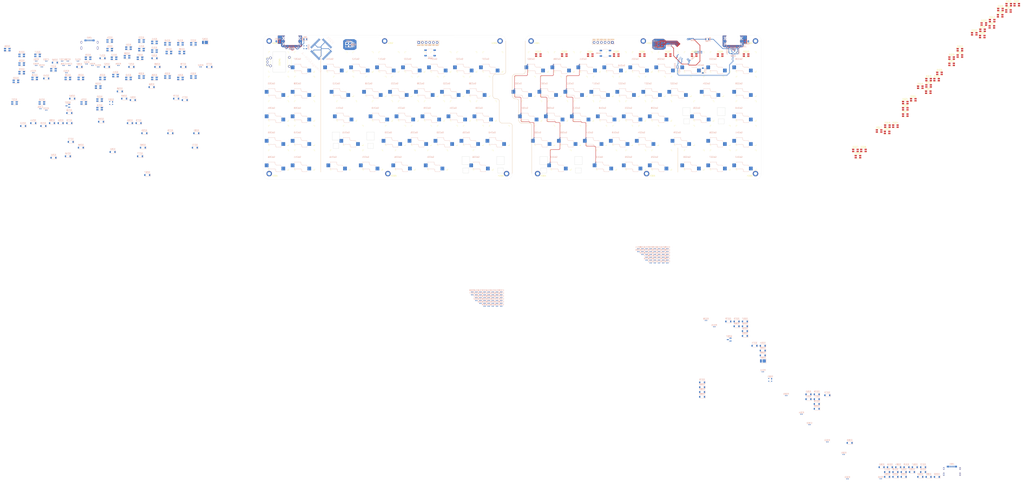
<source format=kicad_pcb>
(kicad_pcb (version 20211014) (generator pcbnew)
  (layers (0 "F.Cu" signal) (31 "B.Cu" signal) (34 "B.Paste" user) (35 "F.Paste" user) (36 "B.SilkS" user "B.Silkscreen") (37 "F.SilkS" user "F.Silkscreen") (38 "B.Mask" user) (39 "F.Mask" user) (44 "Edge.Cuts" user))
  (net 0 "")
  (net 1 "+5V")
  (net 2 "GND")
  (net 3 "Net-(C201-Pad2)")
  (net 4 "Net-(C202-Pad1)")
  (net 5 "Net-(C203-Pad1)")
  (net 6 "Net-(C301-Pad2)")
  (net 7 "Net-(C302-Pad1)")
  (net 8 "Net-(C303-Pad1)")
  (net 9 "VCC")
  (net 10 "/Left/D+")
  (net 11 "/Left/D-")
  (net 12 "/Left/DATA_2")
  (net 13 "/Left/DATA_1")
  (net 14 "Net-(D203-Pad1)")
  (net 15 "Net-(D204-Pad1)")
  (net 16 "Net-(D205-Pad1)")
  (net 17 "Net-(D206-Pad1)")
  (net 18 "Net-(D207-Pad1)")
  (net 19 "Net-(D208-Pad1)")
  (net 20 "Net-(D209-Pad1)")
  (net 21 "Net-(D211-Pad1)")
  (net 22 "Net-(D212-Pad1)")
  (net 23 "Net-(D213-Pad1)")
  (net 24 "Net-(D214-Pad1)")
  (net 25 "Net-(D215-Pad1)")
  (net 26 "Net-(D216-Pad1)")
  (net 27 "Net-(D217-Pad1)")
  (net 28 "Net-(D219-Pad1)")
  (net 29 "Net-(D220-Pad1)")
  (net 30 "Net-(D221-Pad1)")
  (net 31 "Net-(D222-Pad1)")
  (net 32 "Net-(D223-Pad1)")
  (net 33 "Net-(D224-Pad1)")
  (net 34 "Net-(D225-Pad1)")
  (net 35 "Net-(D227-Pad1)")
  (net 36 "Net-(D228-Pad1)")
  (net 37 "Net-(D229-Pad1)")
  (net 38 "Net-(D230-Pad1)")
  (net 39 "Net-(D231-Pad1)")
  (net 40 "Net-(D232-Pad1)")
  (net 41 "Net-(D233-Pad1)")
  (net 42 "Net-(D235-Pad1)")
  (net 43 "Net-(D236-Pad1)")
  (net 44 "Net-(D237-Pad1)")
  (net 45 "Net-(D238-Pad1)")
  (net 46 "Net-(D239-Pad1)")
  (net 47 "Net-(D240-Pad1)")
  (net 48 "Net-(D241-Pad1)")
  (net 49 "/Left/ROW_4")
  (net 50 "Net-(D243-Pad2)")
  (net 51 "/Left/ROW_3")
  (net 52 "Net-(D244-Pad2)")
  (net 53 "/Left/ROW_2")
  (net 54 "Net-(D245-Pad2)")
  (net 55 "/Left/ROW_1")
  (net 56 "Net-(D246-Pad2)")
  (net 57 "/Left/ROW_0")
  (net 58 "Net-(D247-Pad2)")
  (net 59 "Net-(D248-Pad2)")
  (net 60 "Net-(D249-Pad2)")
  (net 61 "Net-(D250-Pad2)")
  (net 62 "Net-(D251-Pad2)")
  (net 63 "Net-(D252-Pad2)")
  (net 64 "Net-(D253-Pad2)")
  (net 65 "Net-(D254-Pad2)")
  (net 66 "Net-(D255-Pad2)")
  (net 67 "Net-(D256-Pad2)")
  (net 68 "Net-(D257-Pad2)")
  (net 69 "Net-(D258-Pad2)")
  (net 70 "Net-(D259-Pad2)")
  (net 71 "Net-(D260-Pad2)")
  (net 72 "Net-(D261-Pad2)")
  (net 73 "Net-(D262-Pad1)")
  (net 74 "Net-(D263-Pad2)")
  (net 75 "Net-(D264-Pad2)")
  (net 76 "Net-(D265-Pad2)")
  (net 77 "Net-(D266-Pad2)")
  (net 78 "Net-(D267-Pad2)")
  (net 79 "Net-(D268-Pad2)")
  (net 80 "Net-(D269-Pad2)")
  (net 81 "Net-(D270-Pad2)")
  (net 82 "Net-(D271-Pad2)")
  (net 83 "Net-(D272-Pad2)")
  (net 84 "Net-(D273-Pad2)")
  (net 85 "Net-(D274-Pad2)")
  (net 86 "Net-(D275-Pad2)")
  (net 87 "Net-(D276-Pad2)")
  (net 88 "Net-(D277-Pad2)")
  (net 89 "Net-(D278-Pad2)")
  (net 90 "Net-(D279-Pad2)")
  (net 91 "Net-(D280-Pad2)")
  (net 92 "Net-(D281-Pad2)")
  (net 93 "Net-(D282-Pad2)")
  (net 94 "/Right/DATA_2")
  (net 95 "/Right/DATA_1")
  (net 96 "/Right/D+")
  (net 97 "/Right/D-")
  (net 98 "Net-(D303-Pad1)")
  (net 99 "Net-(D304-Pad1)")
  (net 100 "Net-(D305-Pad1)")
  (net 101 "Net-(D306-Pad1)")
  (net 102 "Net-(D307-Pad1)")
  (net 103 "Net-(D308-Pad1)")
  (net 104 "Net-(D309-Pad1)")
  (net 105 "Net-(D311-Pad1)")
  (net 106 "Net-(D312-Pad1)")
  (net 107 "Net-(D313-Pad1)")
  (net 108 "Net-(D314-Pad1)")
  (net 109 "Net-(D315-Pad1)")
  (net 110 "Net-(D316-Pad1)")
  (net 111 "Net-(D317-Pad1)")
  (net 112 "Net-(D319-Pad1)")
  (net 113 "Net-(D320-Pad1)")
  (net 114 "Net-(D321-Pad1)")
  (net 115 "Net-(D322-Pad1)")
  (net 116 "Net-(D323-Pad1)")
  (net 117 "Net-(D324-Pad1)")
  (net 118 "Net-(D325-Pad1)")
  (net 119 "Net-(D327-Pad1)")
  (net 120 "Net-(D328-Pad1)")
  (net 121 "Net-(D329-Pad1)")
  (net 122 "Net-(D330-Pad1)")
  (net 123 "Net-(D331-Pad1)")
  (net 124 "Net-(D332-Pad1)")
  (net 125 "Net-(D333-Pad1)")
  (net 126 "Net-(D335-Pad1)")
  (net 127 "Net-(D336-Pad1)")
  (net 128 "Net-(D337-Pad1)")
  (net 129 "Net-(D338-Pad1)")
  (net 130 "Net-(D339-Pad1)")
  (net 131 "Net-(D340-Pad1)")
  (net 132 "Net-(D341-Pad1)")
  (net 133 "Net-(D344-Pad2)")
  (net 134 "/Right/ROW_4")
  (net 135 "Net-(D345-Pad2)")
  (net 136 "/Right/ROW_3")
  (net 137 "Net-(D346-Pad2)")
  (net 138 "/Right/ROW_2")
  (net 139 "Net-(D347-Pad2)")
  (net 140 "/Right/ROW_1")
  (net 141 "Net-(D348-Pad2)")
  (net 142 "/Right/ROW_0")
  (net 143 "Net-(D349-Pad2)")
  (net 144 "Net-(D350-Pad2)")
  (net 145 "Net-(D351-Pad2)")
  (net 146 "Net-(D352-Pad2)")
  (net 147 "Net-(D353-Pad2)")
  (net 148 "Net-(D354-Pad2)")
  (net 149 "Net-(D355-Pad2)")
  (net 150 "Net-(D356-Pad2)")
  (net 151 "Net-(D357-Pad2)")
  (net 152 "Net-(D358-Pad2)")
  (net 153 "Net-(D359-Pad2)")
  (net 154 "Net-(D360-Pad2)")
  (net 155 "Net-(D361-Pad2)")
  (net 156 "Net-(D362-Pad2)")
  (net 157 "Net-(D363-Pad2)")
  (net 158 "Net-(D364-Pad1)")
  (net 159 "Net-(D365-Pad2)")
  (net 160 "Net-(D366-Pad2)")
  (net 161 "Net-(D367-Pad2)")
  (net 162 "Net-(D368-Pad2)")
  (net 163 "Net-(D369-Pad2)")
  (net 164 "Net-(D370-Pad2)")
  (net 165 "Net-(D371-Pad2)")
  (net 166 "Net-(D372-Pad2)")
  (net 167 "Net-(D373-Pad2)")
  (net 168 "Net-(D374-Pad2)")
  (net 169 "Net-(D375-Pad2)")
  (net 170 "Net-(D376-Pad2)")
  (net 171 "Net-(D377-Pad2)")
  (net 172 "Net-(D378-Pad2)")
  (net 173 "Net-(D379-Pad2)")
  (net 174 "Net-(D380-Pad2)")
  (net 175 "Net-(D381-Pad2)")
  (net 176 "Net-(D382-Pad2)")
  (net 177 "Net-(D383-Pad2)")
  (net 178 "Net-(D384-Pad2)")
  (net 179 "Net-(D385-Pad2)")
  (net 180 "Net-(J201-PadA5)")
  (net 182 "Net-(J201-PadB5)")
  (net 184 "Net-(J202-PadA5)")
  (net 186 "Net-(J202-PadB5)")
  (net 188 "/Left/MISO")
  (net 189 "/Left/SCLK")
  (net 190 "/Left/MOSI")
  (net 191 "/Left/RST")
  (net 192 "Net-(J301-PadA5)")
  (net 194 "Net-(J301-PadB5)")
  (net 196 "Net-(J302-PadA5)")
  (net 198 "Net-(J302-PadB5)")
  (net 200 "/Right/MISO")
  (net 201 "/Right/SCLK")
  (net 202 "/Right/MOSI")
  (net 203 "/Right/RST")
  (net 204 "/Left/RGB")
  (net 205 "/Left/D211")
  (net 206 "Net-(Q202-Pad1)")
  (net 207 "Net-(Q202-Pad3)")
  (net 208 "/Left/D219")
  (net 209 "/Left/D227")
  (net 210 "Net-(Q302-Pad1)")
  (net 211 "Net-(Q302-Pad3)")
  (net 212 "/Left/D_N")
  (net 213 "/Left/D_P")
  (net 214 "Net-(R238-Pad1)")
  (net 215 "Net-(R242-Pad1)")
  (net 216 "Net-(R243-Pad1)")
  (net 217 "/Left/D235")
  (net 218 "/Left/CAPS_LOCK_PWM")
  (net 219 "Net-(R341-Pad1)")
  (net 220 "Net-(R345-Pad1)")
  (net 221 "Net-(R346-Pad1)")
  (net 223 "/Right/CAPS_LOCK_PWM")
  (net 224 "/Left/COL_0")
  (net 225 "/Left/COL_1")
  (net 226 "/Left/COL_2")
  (net 227 "/Left/COL_3")
  (net 228 "/Left/COL_4")
  (net 229 "/Left/COL_5")
  (net 230 "/Right/COL_0")
  (net 231 "/Right/COL_1")
  (net 232 "/Right/COL_2")
  (net 233 "/Right/COL_3")
  (net 234 "/Right/COL_4")
  (net 235 "/Right/COL_5")
  (net 238 "/Left/ENC_B")
  (net 239 "/Left/ENC_A")
  (net 242 "/Left/COL_6")
  (net 243 "/Left/COL_7")
  (net 244 "/Right/COL_7")
  (net 245 "/Right/COL_8")
  (net 246 "/Right/D303")
  (net 247 "/Right/D211")
  (net 248 "/Right/D219")
  (net 249 "/Right/D227")
  (net 250 "/Right/D235")
  (net 252 "/Right/RGB")
  (net 253 "/Right/COL_6")
  (net 254 "Earth")
  (net 255 "Net-(R205-Pad1)")
  (net 256 "Net-(R305-Pad1)")
  (net 257 "/Right/D_P")
  (net 258 "/Right/D_N")
  (footprint "keyswitches.pretty-2:Kailh_socket_PG1350" (layer "F.Cu") (at 126 110.5)
    (fp_text reference "SW223")
    (fp_text value "SW_Push")
  )
  (footprint "keyswitches.pretty-2:Kailh_socket_PG1350" (layer "F.Cu") (at 238.5 93.5)
    (fp_text reference "SW306")
    (fp_text value "SW_Push")
  )
  (footprint "keyswitches.pretty-2:Kailh_socket_PG1350" (layer "F.Cu") (at 135 93.5)
    (fp_text reference "SW222")
    (fp_text value "SW_Push")
  )
  (footprint "keyswitches.pretty-2:Kailh_socket_PG1350" (layer "F.Cu") (at 108 110.5)
    (fp_text reference "SW218")
    (fp_text value "SW_Push")
  )
  (footprint "kicad-keyboard-parts.pretty:LED_RGB_Wuerth-PLCC4_3.2x2.8mm_150141M173100" (layer "F.Cu") (at 506.9 95.2)
    (fp_text reference "D341")
    (fp_text value "NeoPixel_THT")
  )
  (footprint "keyswitches.pretty-2:Kailh_socket_PG1350" (layer "F.Cu") (at 99 93.5)
    (fp_text reference "SW212")
    (fp_text value "SW_Push")
  )
  (footprint "kicad-keyboard-parts.pretty:LED_RGB_Wuerth-PLCC4_3.2x2.8mm_150141M173100" (layer "F.Cu") (at 256.5 88.75)
    (fp_text reference "D304")
    (fp_text value "NeoPixel_THT")
  )
  (footprint "keyswitches.pretty-2:Kailh_socket_PG1350" (layer "F.Cu") (at 292.5 93.5)
    (fp_text reference "SW321")
    (fp_text value "SW_Push")
  )
  (footprint "keyswitches.pretty-2:Kailh_socket_PG1350" (layer "F.Cu") (at 157.5 144.5)
    (fp_text reference "SW230")
    (fp_text value "SW_Push")
  )
  (footprint "MountingHole:MountingHole_2.2mm_M2_DIN965_Pad" (layer "F.Cu") (at 194 79)
    (fp_text reference "H203")
    (fp_text value "MountingHole")
  )
  (footprint "keyswitches.pretty-2:Kailh_socket_PG1350" (layer "F.Cu") (at 130.5 127.5)
    (fp_text reference "SW224")
    (fp_text value "SW_Push")
  )
  (footprint "kicad-keyboard-parts.pretty:LED_RGB_Wuerth-PLCC4_3.2x2.8mm_150141M173100" (layer "F.Cu") (at 529.25 67.2)
    (fp_text reference "D335")
    (fp_text value "NeoPixel_THT")
  )
  (footprint "keyswitches.pretty-2:Kailh_socket_PG1350" (layer "F.Cu") (at 166.5 127.5)
    (fp_text reference "SW234")
    (fp_text value "SW_Push")
  )
  (footprint "keyswitches.pretty-2:Kailh_socket_PG1350" (layer "F.Cu") (at 148.5 127.5)
    (fp_text reference "SW229")
    (fp_text value "SW_Push")
  )
  (footprint "keyswitches.pretty-2:Kailh_socket_PG1350" (layer "F.Cu") (at 189 93.5)
    (fp_text reference "SW237")
    (fp_text value "SW_Push")
  )
  (footprint "keyswitches.pretty-2:Kailh_socket_PG1350" (layer "F.Cu") (at 346.5 144.5)
    (fp_text reference "SW336")
    (fp_text value "SW_Push")
  )
  (footprint "kicad-keyboard-parts.pretty:LED_RGB_Wuerth-PLCC4_3.2x2.8mm_150141M173100" (layer "F.Cu") (at 274.5 88.75)
    (fp_text reference "D305")
    (fp_text value "NeoPixel_THT")
  )
  (footprint "keyswitches.pretty-2:Kailh_socket_PG1350_2.25U" (layer "F.Cu") (at 236.25 161.5)
    (fp_text reference "SW310")
    (fp_text value "SW_Push")
    (fp_line (start 14.65 3.2) (end 14.65 -2.3) (layer "Edge.Cuts") (width 0.12))
    (fp_line (start -10 9) (end -10 5.5) (layer "Edge.Cuts") (width 0.12))
    (fp_line (start -9.35 3.2) (end -14.65 3.2) (layer "Edge.Cuts") (width 0.12))
    (fp_line (start 14 9) (end 10 9) (layer "Edge.Cuts") (width 0.12))
    (fp_line (start 10 5.5) (end 10 9) (layer "Edge.Cuts") (width 0.12))
    (fp_line (start -10 9) (end -14 9) (layer "Edge.Cuts") (width 0.12))
    (fp_line (start 14.65 3.2) (end 9.35 3.2) (layer "Edge.Cuts") (width 0.12))
    (fp_line (start 14 5.5) (end 10 5.5) (layer "Edge.Cuts") (width 0.12))
    (fp_line (start 14 9) (end 14 5.5) (layer "Edge.Cuts") (width 0.12))
    (fp_line (start 14.65 -2.3) (end 9.35 -2.3) (layer "Edge.Cuts") (width 0.12))
    (fp_line (start -14 5.5) (end -14 9) (layer "Edge.Cuts") (width 0.12))
    (fp_line (start -10 5.5) (end -14 5.5) (layer "Edge.Cuts") (width 0.12))
    (fp_line (start -14.65 -2.3) (end -14.65 3.2) (layer "Edge.Cuts") (width 0.12))
    (fp_line (start -9.35 3.2) (end -9.35 -2.3) (layer "Edge.Cuts") (width 0.12))
    (fp_line (start 9.35 -2.3) (end 9.35 3.2) (layer "Edge.Cuts") (width 0.12))
    (fp_line (start -9.35 -2.3) (end -14.65 -2.3) (layer "Edge.Cuts") (width 0.12))
  )
  (footprint "keyswitches.pretty-2:Kailh_socket_PG1350_1.75U" (layer "F.Cu") (at 321.75 144.5)
    (fp_text reference "SW329")
    (fp_text value "SW_Push")
  )
  (footprint "kicad-keyboard-parts.pretty:LED_RGB_Wuerth-PLCC4_3.2x2.8mm_150141M173100" (layer "F.Cu") (at 440.25 154.9)
    (fp_text reference "D337")
    (fp_text value "NeoPixel_THT")
  )
  (footprint "keyswitches.pretty-2:Kailh_socket_PG1350" (layer "F.Cu") (at 234 127.5)
    (fp_text reference "SW308")
    (fp_text value "SW_Push")
  )
  (footprint "MountingHole:MountingHole_2.2mm_M2_DIN965_Pad" (layer "F.Cu") (at 34 79)
    (fp_text reference "H201")
    (fp_text value "MountingHole")
  )
  (footprint "keyswitches.pretty-2:Kailh_socket_PG1350" (layer "F.Cu") (at 162 110.5)
    (fp_text reference "SW233")
    (fp_text value "SW_Push")
  )
  (footprint "keyswitches.pretty-2:Kailh_socket_PG1350" (layer "F.Cu") (at 184.5 127.5)
    (fp_text reference "SW239")
    (fp_text value "SW_Push")
  )
  (footprint "keyswitches.pretty-2:Kailh_socket_PG1350" (layer "F.Cu") (at 40.5 110.5)
    (fp_text reference "SW203")
    (fp_text value "SW_Push")
  )
  (footprint "kicad-keyboard-parts.pretty:LED_RGB_Wuerth-PLCC4_3.2x2.8mm_150141M173100" (layer "F.Cu") (at 540.55 61.5)
    (fp_text reference "D328")
    (fp_text value "NeoPixel_THT")
  )
  (footprint "kicad-keyboard-parts.pretty:LED_RGB_Wuerth-PLCC4_3.2x2.8mm_150141M173100" (layer "F.Cu") (at 467.95 138.05)
    (fp_text reference "D324")
    (fp_text value "NeoPixel_THT")
  )
  (footprint "keyswitches.pretty-2:Kailh_socket_PG1350_1.25U" (layer "F.Cu") (at 83.25 161.5)
    (fp_text reference "SW216")
    (fp_text value "SW_Push")
  )
  (footprint "keyswitches.pretty-2:Kailh_socket_PG1350" (layer "F.Cu") (at 364.5 161.5)
    (fp_text reference "SW342")
    (fp_text value "SW_Push")
  )
  (footprint "kicad-keyboard-parts.pretty:LED_RGB_Wuerth-PLCC4_3.2x2.8mm_150141M173100" (layer "F.Cu") (at 535 64.85)
    (fp_text reference "D312")
    (fp_text value "NeoPixel_THT")
  )
  (footprint "kicad-keyboard-parts.pretty:LED_RGB_Wuerth-PLCC4_3.2x2.8mm_150141M173100" (layer "F.Cu") (at 490.75 114.5)
    (fp_text reference "D314")
    (fp_text value "NeoPixel_THT")
  )
  (footprint "keyswitches.pretty-2:Kailh_socket_PG1350" (layer "F.Cu") (at 243 144.5)
    (fp_text reference "SW309")
    (fp_text value "SW_Push")
  )
  (footprint "keyswitches.pretty-2:Kailh_socket_PG1350" (layer "F.Cu") (at 261 144.5)
    (fp_text reference "SW314")
    (fp_text value "SW_Push")
  )
  (footprint "kicad-keyboard-parts.pretty:LED_RGB_Wuerth-PLCC4_3.2x2.8mm_150141M173100" (layer "F.Cu") (at 220.5 88.75)
    (fp_text reference "D343")
    (fp_text value "NeoPixel_THT")
  )
  (footprint "keyswitches.pretty-2:Kailh_socket_PG1350" (layer "F.Cu") (at 112.5 127.5)
    (fp_text reference "SW219")
    (fp_text value "SW_Push")
  )
  (footprint "kicad-keyboard-parts.pretty:LED_RGB_Wuerth-PLCC4_3.2x2.8mm_150141M173100" (layer "F.Cu") (at 506.9 90.85)
    (fp_text reference "D329")
    (fp_text value "NeoPixel_THT")
  )
  (footprint "keyswitches.pretty-2:Kailh_socket_PG1350" (layer "F.Cu") (at 40.5 144.5)
    (fp_text reference "SW205")
    (fp_text value "SW_Push")
  )
  (footprint "keyswitches.pretty-2:Kailh_socket_PG1350" (layer "F.Cu") (at 274.5 93.5)
    (fp_text reference "SW316")
    (fp_text value "SW_Push")
  )
  (footprint "kicad-keyboard-parts.pretty:LED_RGB_Wuerth-PLCC4_3.2x2.8mm_150141M173100" (layer "F.Cu") (at 442 159.25)
    (fp_text reference "D338")
    (fp_text value "NeoPixel_THT")
  )
  (footprint "keyswitches.pretty-2:Kailh_socket_PG1350" (layer "F.Cu") (at 364.5 93.5)
    (fp_text reference "SW338")
    (fp_text value "SW_Push")
  )
  (footprint "kicad-keyboard-parts.pretty:LED_RGB_Wuerth-PLCC4_3.2x2.8mm_150141M173100" (layer "F.Cu") (at 540.75 57.15)
    (fp_text reference "D330")
    (fp_text value "NeoPixel_THT")
  )
  (footprint "kicad-keyboard-parts.pretty:LED_RGB_Wuerth-PLCC4_3.2x2.8mm_150141M173100" (layer "F.Cu") (at 485.2 111.05)
    (fp_text reference "D315")
    (fp_text value "NeoPixel_THT")
  )
  (footprint "MountingHole:MountingHole_2.2mm_M2_DIN965_Pad" (layer "F.Cu") (at 293.25 79)
    (fp_text reference "H302")
    (fp_text value "MountingHole")
  )
  (footprint "keyswitches.pretty-2:Kailh_socket_PG1350" (layer "F.Cu") (at 256.5 93.5)
    (fp_text reference "SW311")
    (fp_text value "SW_Push")
  )
  (footprint "kicad-keyboard-parts.pretty:LED_RGB_Wuerth-PLCC4_3.2x2.8mm_150141M173100" (layer "F.Cu") (at 310.5 88.75)
    (fp_text reference "D307")
    (fp_text value "NeoPixel_THT")
  )
  (footprint "keyswitches.pretty-2:Kailh_socket_PG1350_1.5U" (layer "F.Cu") (at 342 110.5)
    (fp_text reference "SW334")
    (fp_text value "SW_Push")
  )
  (footprint "keyswitches.pretty-2:Kailh_socket_PG1350" (layer "F.Cu") (at 58.5 93.5)
    (fp_text reference "SW207")
    (fp_text value "SW_Push")
  )
  (footprint "keyswitches.pretty-2:Kailh_socket_PG1350" (layer "F.Cu") (at 229.5 110.5)
    (fp_text reference "SW307")
    (fp_text value "SW_Push")
  )
  (footprint "keyswitches.pretty-2:Kailh_socket_PG1350" (layer "F.Cu") (at 153 93.5)
    (fp_text reference "SW227")
    (fp_text value "SW_Push")
  )
  (footprint "MountingHole:MountingHole_2.2mm_M2_DIN965_Pad" (layer "F.Cu") (at 371 79)
    (fp_text reference "H303")
    (fp_text value "MountingHole")
  )
  (footprint "keyswitches.pretty-2:Kailh_socket_PG1350" (layer "F.Cu") (at 40.5 127.5)
    (fp_text reference "SW204")
    (fp_text value "SW_Push")
  )
  (footprint "kicad-keyboard-parts.pretty:LED_RGB_Wuerth-PLCC4_3.2x2.8mm_150141M173100" (layer "F.Cu") (at 462.2 142.4)
    (fp_text reference "D322")
    (fp_text value "NeoPixel_THT")
  )
  (footprint "kicad-keyboard-parts.pretty:LED_RGB_Wuerth-PLCC4_3.2x2.8mm_150141M173100" (layer "F.Cu") (at 528.15 75.9)
    (fp_text reference "D339")
    (fp_text value "NeoPixel_THT")
  )
  (footprint "kicad-keyboard-parts.pretty:LED_RGB_Wuerth-PLCC4_3.2x2.8mm_150141M173100" (layer "F.Cu") (at 292.5 88.75)
    (fp_text reference "D306")
    (fp_text value "NeoPixel_THT")
  )
  (footprint "keyswitches.pretty-2:Kailh_socket_PG1350" (layer "F.Cu") (at 306 161.5)
    (fp_text reference "SW325")
    (fp_text value "SW_Push")
  )
  (footprint "keyswitches.pretty-2:Kailh_socket_PG1350" (layer "F.Cu") (at 144 110.5)
    (fp_text reference "SW228")
    (fp_text value "SW_Push")
  )
  (footprint "MountingHole:MountingHole_2.2mm_M2_DIN965_Pad" (layer "F.Cu") (at 114 79)
    (fp_text reference "H202")
    (fp_text value "MountingHole")
  )
  (footprint "Rotary_Encoder.pretty:Kailh_EN65xx_rotary_encoder" (layer "F.Cu") (at 40.5 93.5)
    (fp_text reference "SW202")
    (fp_text value "RotaryEncoder")
    (fp_rect (start -4 -7) (end 5 7) (layer "Edge.Cuts") (width 0.12) (fill none))
  )
  (footprint "kicad-keyboard-parts.pretty:LED_RGB_Wuerth-PLCC4_3.2x2.8mm_150141M173100" (layer "F.Cu") (at 528.35 71.55)
    (fp_text reference "D320")
    (fp_text value "NeoPixel_THT")
  )
  (footprint "kicad-keyboard-parts.pretty:LED_RGB_Wuerth-PLCC4_3.2x2.8mm_150141M173100" (layer "F.Cu") (at 456.65 141.4)
    (fp_text reference "D317")
    (fp_text value "NeoPixel_THT")
  )
  (footprint "keyswitches.pretty-2:Kailh_socket_PG1350_1.25U" (layer "F.Cu") (at 105.75 161.5)
    (fp_text reference "SW221")
    (fp_text value "SW_Push")
  )
  (footprint "keyswitches.pretty-2:Kailh_socket_PG1350" (layer "F.Cu") (at 306 127.5)
    (fp_text reference "SW328")
    (fp_text value "SW_Push")
  )
  (footprint "keyswitches.pretty-2:Kailh_socket_PG1350" (layer "F.Cu") (at 216 127.5)
    (fp_text reference "SW304")
    (fp_text value "SW_Push")
  )
  (footprint "kicad-keyboard-parts.pretty:LED_RGB_Wuerth-PLCC4_3.2x2.8mm_150141M173100" (layer "F.Cu") (at 512.65 89.4)
    (fp_text reference "D316")
    (fp_text value "NeoPixel_THT")
  )
  (footprint "kicad-keyboard-parts.pretty:LED_RGB_Wuerth-PLCC4_3.2x2.8mm_150141M173100" (layer "F.Cu") (at 546.3 58.15)
    (fp_text reference "D323")
    (fp_text value "NeoPixel_THT")
  )
  (footprint "keyswitches.pretty-2:Kailh_socket_PG1350" (layer "F.Cu") (at 279 144.5)
    (fp_text reference "SW319")
    (fp_text value "SW_Push")
  )
  (footprint "kicad-keyboard-parts.pretty:LED_RGB_Wuerth-PLCC4_3.2x2.8mm_150141M173100" (layer "F.Cu") (at 498.5 101.45)
    (fp_text reference "D325")
    (fp_text value "NeoPixel_THT")
  )
  (footprint "keyswitches.pretty-2:Kailh_socket_PG1350" (layer "F.Cu") (at 121.5 144.5)
    (fp_text reference "SW220")
    (fp_text value "SW_Push")
  )
  (footprint "MountingHole:MountingHole_2.2mm_M2_DIN965_Pad" (layer "F.Cu") (at 295.5 171)
    (fp_text reference "H305")
    (fp_text value "MountingHole")
  )
  (footprint "keyswitches.pretty-2:Kailh_socket_PG1350" (layer "F.Cu") (at 328.5 161.5)
    (fp_text reference "SW330")
    (fp_text value "SW_Push")
  )
  (footprint "MountingHole:MountingHole_2.2mm_M2_DIN965_Pad" (layer "F.Cu") (at 198.5 171)
    (fp_text reference "H206")
    (fp_text value "MountingHole")
  )
  (footprint "keyswitches.pretty-2:Kailh_socket_PG1350" (layer "F.Cu") (at 225 144.5)
    (fp_text reference "SW305")
    (fp_text value "SW_Push")
  )
  (footprint "kicad-keyboard-parts.pretty:LED_RGB_Wuerth-PLCC4_3.2x2.8mm_150141M173100" (layer "F.Cu") (at 364.5 88.75)
    (fp_text reference "D310")
    (fp_text value "NeoPixel_THT")
  )
  (footprint "keyswitches.pretty-2:Kailh_socket_PG1350" (layer "F.Cu") (at 346.5 161.5)
    (fp_text reference "SW337")
    (fp_text value "SW_Push")
  )
  (footprint "kicad-keyboard-parts.pretty:LED_RGB_Wuerth-PLCC4_3.2x2.8mm_150141M173100" (layer "F.Cu") (at 546.5 53.8)
    (fp_text reference "D311")
    (fp_text value "NeoPixel_THT")
  )
  (footprint "kicad-keyboard-parts.pretty:LED_RGB_Wuerth-PLCC4_3.2x2.8mm_150141M173100" (layer "F.Cu") (at 490.95 105.8)
    (fp_text reference "D319")
    (fp_text value "NeoPixel_THT")
  )
  (footprint "keyswitches.pretty-2:Kailh_socket_PG1350" (layer "F.Cu") (at 58.5 127.5)
    (fp_text reference "SW209")
    (fp_text value "SW_Push")
  )
  (footprint "keyswitches.pretty-2:Kailh_socket_PG1350" (layer "F.Cu") (at 252 127.5)
    (fp_text reference "SW313")
    (fp_text value "SW_Push")
  )
  (footprint "kicad-keyboard-parts.pretty:LED_RGB_Wuerth-PLCC4_3.2x2.8mm_150141M173100" (layer "F.Cu") (at 238.5 88.75)
    (fp_text reference "D303")
    (fp_text value "NeoPixel_THT")
  )
  (footprint "keyswitches.pretty-2:Kailh_socket_PG1350" (layer "F.Cu") (at 297 144.5)
    (fp_text reference "SW324")
    (fp_text value "SW_Push")
  )
  (footprint "kicad-keyboard-parts.pretty:LED_RGB_Wuerth-PLCC4_3.2x2.8mm_150141M173100" (layer "F.Cu") (at 522.6 74)
    (fp_text reference "D333")
    (fp_text value "NeoPixel_THT")
  )
  (footprint "keyswitches.pretty-2:Kailh_socket_PG1350" (layer "F.Cu") (at 58.5 161.5)
    (fp_text reference "SW211")
    (fp_text value "SW_Push")
  )
  (footprint "kicad-keyboard-parts.pretty:LED_RGB_Wuerth-PLCC4_3.2x2.8mm_150141M173100" (layer "F.Cu") (at 328.5 88.75)
    (fp_text reference "D308")
    (fp_text value "NeoPixel_THT")
  )
  (footprint "kicad-keyboard-parts.pretty:LED_RGB_Wuerth-PLCC4_3.2x2.8mm_150141M173100" (layer "F.Cu") (at 474.8 126.05)
    (fp_text reference "D326")
    (fp_text value "NeoPixel_THT")
  )
  (footprint "MountingHole:MountingHole_2.2mm_M2_DIN965_Pad" (layer "F.Cu") (at 371 171)
    (fp_text reference "H306")
    (fp_text value "MountingHole")
  )
  (footprint "keyswitches.pretty-2:Kailh_socket_PG1350_2.25U" (layer "F.Cu") (at 182.25 161.5)
    (fp_text reference "SW236")
    (fp_text value "SW_Push")
    (fp_line (start -10 5.5) (end -14 5.5) (layer "Edge.Cuts") (width 0.12))
    (fp_line (start 14 9) (end 14 5.5) (layer "Edge.Cuts") (width 0.12))
    (fp_line (start -14.65 -2.3) (end -14.65 3.2) (layer "Edge.Cuts") (width 0.12))
    (fp_line (start 14 5.5) (end 10 5.5) (layer "Edge.Cuts") (width 0.12))
    (fp_line (start 14.65 -2.3) (end 9.35 -2.3) (layer "Edge.Cuts") (width 0.12))
    (fp_line (start -9.35 -2.3) (end -14.65 -2.3) (layer "Edge.Cuts") (width 0.12))
    (fp_line (start 10 5.5) (end 10 9) (layer "Edge.Cuts") (width 0.12))
    (fp_line (start -14 5.5) (end -14 9) (layer "Edge.Cuts") (width 0.12))
    (fp_line (start -9.35 3.2) (end -14.65 3.2) (layer "Edge.Cuts") (width 0.12))
    (fp_line (start -10 9) (end -14 9) (layer "Edge.Cuts") (width 0.12))
    (fp_line (start 14 9) (end 10 9) (layer "Edge.Cuts") (width 0.12))
    (fp_line (start 14.65 3.2) (end 14.65 -2.3) (layer "Edge.Cuts") (width 0.12))
    (fp_line (start -10 9) (end -10 5.5) (layer "Edge.Cuts") (width 0.12))
    (fp_line (start 9.35 -2.3) (end 9.35 3.2) (layer "Edge.Cuts") (width 0.12))
    (fp_line (start -9.35 3.2) (end -9.35 -2.3) (layer "Edge.Cuts") (width 0.12))
    (fp_line (start 14.65 3.2) (end 9.35 3.2) (layer "Edge.Cuts") (width 0.12))
  )
  (footprint "keyswitches.pretty-2:Kailh_socket_PG1350" (layer "F.Cu") (at 364.5 127.5)
    (fp_text reference "SW340")
    (fp_text value "SW_Push")
  )
  (footprint "keyswitches.pretty-2:Kailh_socket_PG1350_1.5U" (layer "F.Cu") (at 85.5 110.5)
    (fp_text reference "SW213")
    (fp_text value "SW_Push")
  )
  (footprint "keyswitches.pretty-2:Kailh_socket_PG1350_1.75U" (layer "F.Cu") (at 87.75 127.5)
    (fp_text reference "SW214")
    (fp_text value "SW_Push")
  )
  (footprint "MountingHole:MountingHole_2.2mm_M2_DIN965_Pad" (layer "F.Cu") (at 220 171)
    (fp_text reference "H304")
    (fp_text value "MountingHole")
  )
  (footprint "keyswitches.pretty-2:Kailh_socket_PG1350_2.25U" (layer "F.Cu") (at 92.25 144.5)
    (fp_text reference "SW215")
    (fp_text value "SW_Push")
    (fp_line (start 14 9) (end 14 5.5) (layer "Edge.Cuts") (width 0.12))
    (fp_line (start -10 9) (end -10 5.5) (layer "Edge.Cuts") (width 0.12))
    (fp_line (start 14 9) (end 10 9) (layer "Edge.Cuts") (width 0.12))
    (fp_line (start -9.35 -2.3) (end -14.65 -2.3) (layer "Edge.Cuts") (width 0.12))
    (fp_line (start 14.65 3.2) (end 9.35 3.2) (layer "Edge.Cuts") (width 0.12))
    (fp_line (start -14 5.5) (end -14 9) (layer "Edge.Cuts") (width 0.12))
    (fp_line (start -10 5.5) (end -14 5.5) (layer "Edge.Cuts") (width 0.12))
    (fp_line (start 14.65 3.2) (end 14.65 -2.3) (layer "Edge.Cuts") (width 0.12))
    (fp_line (start 14.65 -2.3) (end 9.35 -2.3) (layer "Edge.Cuts") (width 0.12))
    (fp_line (start -10 9) (end -14 9) (layer "Edge.Cuts") (width 0.12))
    (fp_line (start -9.35 3.2) (end -14.65 3.2) (layer "Edge.Cuts") (width 0.12))
    (fp_line (start -9.35 3.2) (end -9.35 -2.3) (layer "Edge.Cuts") (width 0.12))
    (fp_line (start 9.35 -2.3) (end 9.35 3.2) (layer "Edge.Cuts") (width 0.12))
    (fp_line (start 14 5.5) (end 10 5.5) (layer "Edge.Cuts") (width 0.12))
    (fp_line (start -14.65 -2.3) (end -14.65 3.2) (layer "Edge.Cuts") (width 0.12))
    (fp_line (start 10 5.5) (end 10 9) (layer "Edge.Cuts") (width 0.12))
  )
  (footprint "keyswitches.pretty-2:Kailh_socket_PG1350" (layer "F.Cu") (at 175.5 144.5)
    (fp_text reference "SW235")
    (fp_text value "SW_Push")
  )
  (footprint "keyswitches.pretty-2:Kailh_socket_PG1350" (layer "F.Cu") (at 270 127.5)
    (fp_text reference "SW318")
    (fp_text value "SW_Push")
  )
  (footprint "keyswitches.pretty-2:Kailh_socket_PG1350" (layer "F.Cu") (at 346.5 93.5)
    (fp_text reference "SW333")
    (fp_text value "SW_Push")
  )
  (footprint "keyswitches.pretty-2:Kailh_socket_PG1350" (layer "F.Cu") (at 283.5 110.5)
    (fp_text reference "SW322")
    (fp_text value "SW_Push")
  )
  (footprint "keyswitches.pretty-2:Kailh_socket_PG1350_1.25U" (layer "F.Cu") (at 267.75 161.5)
    (fp_text reference "SW315")
    (fp_text value "SW_Push")
  )
  (footprint "keyswitches.pretty-2:Kailh_socket_PG1350" (layer "F.Cu") (at 220.5 93.5)
    (fp_text reference "SW302")
    (fp_text value "SW_Push")
  )
  (footprint "kicad-keyboard-parts.pretty:LED_RGB_Wuerth-PLCC4_3.2x2.8mm_150141M173100" (layer "F.Cu") (at 474.8 121.7)
    (fp_text reference "D321")
    (fp_text value "NeoPixel_THT")
  )
  (footprint "keyswitches.pretty-2:Kailh_socket_PG1350" (layer "F.Cu") (at 193.5 144.5)
    (fp_text reference "SW240")
    (fp_text value "SW_Push")
  )
  (footprint "keyswitches.pretty-2:Kailh_socket_PG1350" (layer "F.Cu") (at 328.5 93.5)
    (fp_text reference "SW331")
    (fp_text value "SW_Push")
  )
  (footprint "keyswitches.pretty-2:Kailh_socket_PG1350" (layer "F.Cu") (at 288 127.5)
    (fp_text reference "SW323")
    (fp_text value "SW_Push")
  )
  (footprint "kicad-keyboard-parts.pretty:LED_RGB_Wuerth-PLCC4_3.2x2.8mm_150141M173100" (layer "F.Cu") (at 490.95 110.15)
    (fp_text reference "D318")
    (fp_text value "NeoPixel_THT")
  )
  (footprint "MountingHole:MountingHole_2.2mm_M2_DIN965_Pad" (layer "F.Cu") (at 116.25 171)
    (fp_text reference "H205")
    (fp_text value "MountingHole")
  )
  (footprint "keyswitches.pretty-2:Kailh_socket_PG1350" (layer "F.Cu") (at 211.5 110.5)
    (fp_text reference "SW303")
    (fp_text value "SW_Push")
  )
  (footprint "keyswitches.pretty-2:Kailh_socket_PG1350_1.25U" (layer "F.Cu") (at 150.75 161.5)
    (fp_text reference "SW231")
    (fp_text value "SW_Push")
  )
  (footprint "kicad-keyboard-parts.pretty:LED_RGB_Wuerth-PLCC4_3.2x2.8mm_150141M173100" (layer "F.Cu") (at 480.35 119.75)
    (fp_text reference "D334")
    (fp_text value "NeoPixel_THT")
  )
  (footprint "keyswitches.pretty-2:Kailh_socket_PG1350" (layer "F.Cu") (at 81 93.5)
    (fp_text reference "SW241")
    (fp_text value "SW_Push")
  )
  (footprint "keyswitches.pretty-2:Kailh_socket_PG1350" (layer "F.Cu") (at 310.5 93.5)
    (fp_text reference "SW326")
    (fp_text value "SW_Push")
  )
  (footprint "keyswitches.pretty-2:Kailh_socket_PG1350" (layer "F.Cu") (at 180 110.5)
    (fp_text reference "SW238")
    (fp_text value "SW_Push")
  )
  (footprint "kicad-keyboard-parts.pretty:LED_RGB_Wuerth-PLCC4_3.2x2.8mm_150141M173100" (layer "F.Cu") (at 496.5 105.8)
    (fp_text reference "D332")
    (fp_text value "NeoPixel_THT")
  )
  (footprint "keyswitches.pretty-2:Kailh_socket_PG1350" (layer "F.Cu") (at 288 161.5)
    (fp_text reference "SW320")
    (fp_text value "SW_Push")
  )
  (footprint "MountingHole:MountingHole_2.2mm_M2_DIN965_Pad" (layer "F.Cu") (at 215.5 79)
    (fp_text reference "H301")
    (fp_text value "MountingHole")
  )
  (footprint "keyswitches.pretty-2:Kailh_socket_PG1350" (layer "F.Cu") (at 171 93.5)
    (fp_text reference "SW232")
    (fp_text value "SW_Push")
  )
  (footprint "keyswitches.pretty-2:Kailh_socket_PG1350_2.25U" (layer "F.Cu") (at 335.25 127.5)
    (fp_text reference "SW335")
    (fp_text value "SW_Push")
    (fp_line (start -10 9) (end -14 9) (layer "Edge.Cuts") (width 0.12))
    (fp_line (start 9.35 -2.3) (end 9.35 3.2) (layer "Edge.Cuts") (width 0.12))
    (fp_line (start -9.35 3.2) (end -9.35 -2.3) (layer "Edge.Cuts") (width 0.12))
    (fp_line (start -10 9) (end -10 5.5) (layer "Edge.Cuts") (width 0.12))
    (fp_line (start 14.65 3.2) (end 14.65 -2.3) (layer "Edge.Cuts") (width 0.12))
    (fp_line (start 14 9) (end 10 9) (layer "Edge.Cuts") (width 0.12))
    (fp_line (start -9.35 3.2) (end -14.65 3.2) (layer "Edge.Cuts") (width 0.12))
    (fp_line (start 14.65 -2.3) (end 9.35 -2.3) (layer "Edge.Cuts") (width 0.12))
    (fp_line (start 14 5.5) (end 10 5.5) (layer "Edge.Cuts") (width 0.12))
    (fp_line (start -10 5.5) (end -14 5.5) (layer "Edge.Cuts") (width 0.12))
    (fp_line (start 14 9) (end 14 5.5) (layer "Edge.Cuts") (width 0.12))
    (fp_line (start -9.35 -2.3) (end -14.65 -2.3) (layer "Edge.Cuts") (width 0.12))
    (fp_line (start 10 5.5) (end 10 9) (layer "Edge.Cuts") (width 0.12))
    (fp_line (start -14.65 -2.3) (end -14.65 3.2) (layer "Edge.Cuts") (width 0.12))
    (fp_line (start -14 5.5) (end -14 9) (layer "Edge.Cuts") (width 0.12))
    (fp_line (start 14.65 3.2) (end 9.35 3.2) (layer "Edge.Cuts") (width 0.12))
  )
  (footprint "kicad-keyboard-parts.pretty:LED_RGB_Wuerth-PLCC4_3.2x2.8mm_150141M173100" (layer "F.Cu") (at 346.5 88.75)
    (fp_text reference "D309")
    (fp_text value "NeoPixel_THT")
  )
  (footprint "keyswitches.pretty-2:Kailh_socket_PG1350" (layer "F.Cu") (at 301.5 110.5)
    (fp_text reference "SW327")
    (fp_text value "SW_Push")
  )
  (footprint "keyswitches.pretty-2:Kailh_socket_PG1350" (layer "F.Cu") (at 58.5 110.5)
    (fp_text reference "SW208")
    (fp_text value "SW_Push")
  )
  (footprint "kicad-keyboard-parts.pretty:LED_RGB_Wuerth-PLCC4_3.2x2.8mm_150141M173100" (layer "F.Cu") (at 474.8 130.4)
    (fp_text reference "D327")
    (fp_text value "NeoPixel_THT")
  )
  (footprint "kicad-keyboard-parts.pretty:LED_RGB_Wuerth-PLCC4_3.2x2.8mm_150141M173100" (layer "F.Cu") (at 552.05 53.8)
    (fp_text reference "D331")
    (fp_text value "NeoPixel_THT")
  )
  (footprint "keyswitches.pretty-2:Kailh_socket_PG1350" (layer "F.Cu") (at 364.5 144.5)
    (fp_text reference "SW341")
    (fp_text value "SW_Push")
  )
  (footprint "keyswitches.pretty-2:Kailh_socket_PG1350_1.25U" (layer "F.Cu") (at 128.25 161.5)
    (fp_text reference "SW226")
    (fp_text value "SW_Push")
  )
  (footprint "kicad-keyboard-parts.pretty:LED_RGB_Wuerth-PLCC4_3.2x2.8mm_150141M173100" (layer "F.Cu") (at 534.8 69.2)
    (fp_text reference "D342")
    (fp_text value "NeoPixel_THT")
  )
  (footprint "kicad-keyboard-parts.pretty:LED_RGB_Wuerth-PLCC4_3.2x2.8mm_150141M173100" (layer "F.Cu") (at 445.8 154.9)
    (fp_text reference "D336")
    (fp_text value "NeoPixel_THT")
  )
  (footprint "keyswitches.pretty-2:Kailh_socket_PG1350" (layer "F.Cu") (at 117 93.5)
    (fp_text reference "SW217")
    (fp_text value "SW_Push")
  )
  (footprint "keyswitches.pretty-2:Kailh_socket_PG1350" (layer "F.Cu") (at 364.5 110.5)
    (fp_text reference "SW339")
    (fp_text value "SW_Push")
  )
  (footprint "keyswitches.pretty-2:Kailh_socket_PG1350" (layer "F.Cu") (at 265.5 110.5)
    (fp_text reference "SW317")
    (fp_text value "SW_Push")
  )
  (footprint "keyswitches.pretty-2:Kailh_socket_PG1350" (layer "F.Cu") (at 247.5 110.5)
    (fp_text reference "SW312")
    (fp_text value "SW_Push")
  )
  (footprint "keyswitches.pretty-2:Kailh_socket_PG1350" (layer "F.Cu") (at 40.5 161.5)
    (fp_text reference "SW206")
    (fp_text value "SW_Push")
  )
  (footprint "keyswitches.pretty-2:Kailh_socket_PG1350" (layer "F.Cu") (at 319.5 110.5)
    (fp_text reference "SW332")
    (fp_text value "SW_Push")
  )
  (footprint "MountingHole:MountingHole_2.2mm_M2_DIN965_Pad" (layer "F.Cu") (at 34 171)
    (fp_text reference "H204")
    (fp_text value "MountingHole")
  )
  (footprint "keyswitches.pretty-2:Kailh_socket_PG1350" (layer "F.Cu") (at 139.5 144.5)
    (fp_text reference "SW225")
    (fp_text value "SW_Push")
  )
  (footprint "keyswitches.pretty-2:Kailh_socket_PG1350" (layer "F.Cu") (at 58.5 144.5)
    (fp_text reference "SW210")
    (fp_text value "SW_Push")
  )
  (footprint "kicad-keyboard-parts.pretty:LED_RGB_Wuerth-PLCC4_3.2x2.8mm_150141M173100" (layer "F.Cu") (at 462.4 138.05)
    (fp_text reference "D340")
    (fp_text value "NeoPixel_THT")
  )
  (footprint "kicad-keyboard-parts.pretty:LED_RGB_Wuerth-PLCC4_3.2x2.8mm_150141M173100" (layer "F.Cu") (at 512.65 85.05)
    (fp_text reference "D313")
    (fp_text value "NeoPixel_THT")
  )
  (footprint "Resistor_SMD:R_0402_1005Metric" (layer "B.Cu") (at 317.6 97 90)
    (fp_text reference "R323")
    (fp_text value "22")
  )
  (footprint "Package_TO_SOT_SMD:SOT-143" (layer "B.Cu") (at -75.525 121.975 180)
    (fp_text reference "D202")
    (fp_text value "PRTR5V0U2X")
  )
  (footprint "Capacitor_SMD:C_0402_1005Metric" (layer "B.Cu") (at 295.52 231 180)
    (fp_text reference "C226")
    (fp_text value "100nF")
  )
  (footprint "Capacitor_SMD:C_0402_1005Metric" (layer "B.Cu") (at 194.73 253.12 180)
    (fp_text reference "C325")
    (fp_text value "100nF")
  )
  (footprint "Capacitor_SMD:C_0402_1005Metric" (layer "B.Cu") (at 180.38 259.03 180)
    (fp_text reference "C310")
    (fp_text value "100nF")
  )
  (footprint "Capacitor_SMD:C_0402_1005Metric" (layer "B.Cu") (at 188.99 253.12 180)
    (fp_text reference "C315")
    (fp_text value "100nF")
  )
  (footprint "kicad-keyboard-parts.pretty:LED_RGB_Wuerth-PLCC4_3.2x2.8mm_150141M173100" (layer "B.Cu") (at -137.525 94.975 180)
    (fp_text reference "D226")
    (fp_text value "NeoPixel_THT")
  )
  (footprint "Capacitor_SMD:C_0402_1005Metric" (layer "B.Cu") (at 180.38 261 180)
    (fp_text reference "C335")
    (fp_text value "100nF")
  )
  (footprint "Keebio-Parts:Fuse_0805" (layer "B.Cu") (at 337.5 77.75 180)
    (fp_text reference "F301")
    (fp_text value "500m")
  )
  (footprint "Resistor_SMD:R_0402_1005Metric" (layer "B.Cu") (at -123.525 96.975 180)
    (fp_text reference "R220")
    (fp_text value "22")
  )
  (footprint "Resistor_SMD:R_0402_1005Metric" (layer "B.Cu") (at 434.75 382.75 180)
    (fp_text reference "R303")
    (fp_text value "5.1k")
  )
  (footprint "Resistor_SMD:R_0402_1005Metric" (layer "B.Cu") (at -127.525 92.975 180)
    (fp_text reference "R201")
    (fp_text value "5.1k")
  )
  (footprint "Capacitor_SMD:C_0402_1005Metric" (layer "B.Cu") (at 301.75 80.25)
    (fp_text reference "C301")
    (fp_text value "22pF")
  )
  (footprint "kicad-keyboard-parts.pretty:LED_RGB_Wuerth-PLCC4_3.2x2.8mm_150141M173100" (layer "B.Cu") (at -73.525 90.975 180)
    (fp_text reference "D212")
    (fp_text value "NeoPixel_THT")
  )
  (footprint "Capacitor_SMD:C_0402_1005Metric" (layer "B.Cu") (at 326 77.25 180)
    (fp_text reference "C306")
    (fp_text value ".1uF")
  )
  (footprint "kicad-keyboard-parts.pretty:LED_RGB_Wuerth-PLCC4_3.2x2.8mm_150141M173100" (layer "B.Cu") (at -137.525 88.975 180)
    (fp_text reference "D219")
    (fp_text value "NeoPixel_THT")
  )
  (footprint "kicad-keyboard-parts.pretty:LED_RGB_Wuerth-PLCC4_3.2x2.8mm_150141M173100" (layer "B.Cu") (at -55.525 90.975 180)
    (fp_text reference "D207")
    (fp_text value "NeoPixel_THT")
  )
  (footprint "Diode_SMD:D_SOD-123" (layer "B.Cu") (at 462.18 378 180)
    (fp_text reference "D344")
    (fp_text value "D_Small")
  )
  (footprint "Diode_SMD:D_SOD-123" (layer "B.Cu") (at 334 325.85 180)
    (fp_text reference "D380")
    (fp_text value "D_Small")
  )
  (footprint "Diode_SMD:D_SOD-123" (layer "B.Cu") (at 376.03 297.1 180)
    (fp_text reference "D385")
    (fp_text value "D_Small")
  )
  (footprint "Package_TO_SOT_SMD:SOT-23" (layer "B.Cu") (at -105.525 123.975 180)
    (fp_text reference "Q202")
    (fp_text value "DMN2041L")
  )
  (footprint "Crystal:Crystal_SMD_3225-4Pin_3.2x2.5mm" (layer "B.Cu") (at 305 81.25)
    (fp_text reference "Y301")
    (fp_text value "16MHz")
  )
  (footprint "Diode_SMD:D_SOD-123" (layer "B.Cu") (at 436.23 357.8 180)
    (fp_text reference "D365")
    (fp_text value "D_Small")
  )
  (footprint "kicad-keyboard-parts.pretty:LED_RGB_Wuerth-PLCC4_3.2x2.8mm_150141M173100" (layer "B.Cu") (at -36.525 103.975 180)
    (fp_text reference "D205")
    (fp_text value "NeoPixel_THT")
  )
  (footprint "Capacitor_SMD:C_0402_1005Metric" (layer "B.Cu") (at 188.99 261 180)
    (fp_text reference "C340")
    (fp_text value "100nF")
  )
  (footprint "Capacitor_SMD:C_0402_1005Metric" (layer "B.Cu") (at 298.39 223.12 180)
    (fp_text reference "C237")
    (fp_text value "100nF")
  )
  (footprint "Capacitor_SMD:C_0402_1005Metric" (layer "B.Cu") (at 180.38 253.12 180)
    (fp_text reference "C316")
    (fp_text value "100nF")
  )
  (footprint "Capacitor_SMD:C_0402_1005Metric" (layer "B.Cu") (at 292.65 223.12 180)
    (fp_text reference "C239")
    (fp_text value "100nF")
  )
  (footprint "Resistor_SMD:R_0402_1005Metric" (layer "B.Cu") (at -88.525 95.975 180)
    (fp_text reference "R204")
    (fp_text value "5.1k")
  )
  (footprint "Capacitor_SMD:C_0402_1005Metric" (layer "B.Cu") (at -120.525 92.975 180)
    (fp_text reference "C203")
    (fp_text value "1uF")
  )
  (footprint "Diode_SMD:D_SOD-123" (layer "B.Cu") (at 357.88 273.55 180)
    (fp_text reference "D375")
    (fp_text value "D_Small")
  )
  (footprint "Capacitor_SMD:C_0402_1005Metric" (layer "B.Cu") (at 301.26 231 180)
    (fp_text reference "C235")
    (fp_text value "100nF")
  )
  (footprint "Resistor_SMD:R_0402_1005Metric" (layer "B.Cu") (at -120.525 126.975 180)
    (fp_text reference "R225")
    (fp_text value "10k")
  )
  (footprint "kicad-keyboard-parts.pretty:LED_RGB_Wuerth-PLCC4_3.2x2.8mm_150141M173100" (layer "B.Cu") (at -63.525 83.975 180)
    (fp_text reference "D231")
    (fp_text value "NeoPixel_THT")
  )
  (footprint "kicad-keyboard-parts.pretty:LED_RGB_Wuerth-PLCC4_3.2x2.8mm_150141M173100" (layer "B.Cu") (at -83.525 125.975 180)
    (fp_text reference "D215")
    (fp_text value "NeoPixel_THT")
  )
  (footprint "Capacitor_SMD:C_0402_1005Metric" (layer "B.Cu") (at -109.525 92.975 180)
    (fp_text reference "C207")
    (fp_text value "10uf")
  )
  (footprint "kicad-keyboard-parts.pretty:LED_RGB_Wuerth-PLCC4_3.2x2.8mm_150141M173100" (layer "B.Cu") (at -81.525 104.975 180)
    (fp_text reference "D225")
    (fp_text value "NeoPixel_THT")
  )
  (footprint "Capacitor_SMD:C_0402_1005Metric" (layer "B.Cu") (at 295.52 223.12 180)
    (fp_text reference "C244")
    (fp_text value "100nF")
  )
  (footprint "Package_TO_SOT_SMD:SOT-23" (layer "B.Cu") (at 352.76 286.15 180)
    (fp_text reference "Q302")
    (fp_text value "DMN2041L")
  )
  (footprint "Diode_SMD:D_SOD-123" (layer "B.Cu") (at 407.68 324.1 180)
    (fp_text reference "D351")
    (fp_text value "D_Small")
  )
  (footprint "Diode_SMD:D_SOD-123" (layer "B.Cu") (at -66.525 118.975 180)
    (fp_text reference "D269")
    (fp_text value "D_Small")
  )
  (footprint "Diode_SMD:D_SOD-123" (layer "B.Cu") (at -97.525 96.975 180)
    (fp_text reference "D282")
    (fp_text value "D_Small")
  )
  (footprint "Diode_SMD:D_SOD-123" (layer "B.Cu") (at -60.525 119.975 180)
    (fp_text reference "D264")
    (fp_text value "D_Small")
  )
  (footprint "Capacitor_SMD:C_0402_1005Metric" (layer "B.Cu") (at 191.86 253.12 180)
    (fp_text reference "C311")
    (fp_text value "100nF")
  )
  (footprint "Resistor_SMD:R_0402_1005Metric" (layer "B.Cu") (at -129.525 100.975 180)
    (fp_text reference "R224")
    (fp_text value "22")
  )
  (footprint "Capacitor_SMD:C_0402_1005Metric" (layer "B.Cu") (at 298.39 229.03 180)
    (fp_text reference "C238")
    (fp_text value "100nF")
  )
  (footprint "kicad-keyboard-parts.pretty:LED_RGB_Wuerth-PLCC4_3.2x2.8mm_150141M173100" (layer "B.Cu") (at -27.525 80.975 180)
    (fp_text reference "D242")
    (fp_text value "NeoPixel_THT")
  )
  (footprint "Resistor_SMD:R_0402_1005Metric" (layer "B.Cu") (at -98.525 92.975 180)
    (fp_text reference "R242")
    (fp_text value "4.7K")
  )
  (footprint "Capacitor_SMD:C_0402_1005Metric" (layer "B.Cu") (at 298.39 232.97 180)
    (fp_text reference "C233")
    (fp_text value "100nF")
  )
  (footprint "Capacitor_SMD:C_0402_1005Metric" (layer "B.Cu") (at 186.12 255.09 180)
    (fp_text reference "C341")
    (fp_text value "100nF")
  )
  (footprint "Diode_SMD:D_SOD-123" (layer "B.Cu") (at 357.88 276.9 180)
    (fp_text reference "D369")
    (fp_text value "D_Small")
  )
  (footprint "Diode_SMD:D_SOD-123" (layer "B.Cu") (at -47.525 110.975 180)
    (fp_text reference "D266")
    (fp_text value "D_Small")
  )
  (footprint "Diode_SMD:D_SOD-123" (layer "B.Cu") (at -110.525 135.975 180)
    (fp_text reference "D254")
    (fp_text value "D_Small")
  )
  (footprint "kicad-keyboard-parts.pretty:LED_RGB_Wuerth-PLCC4_3.2x2.8mm_150141M173100" (layer "B.Cu") (at -54.525 103.975 180)
    (fp_text reference "D209")
    (fp_text value "NeoPixel_THT")
  )
  (footprint "Diode_SMD:D_SOD-123" (layer "B.Cu") (at 334 322.5 180)
    (fp_text reference "D382")
    (fp_text value "D_Small")
  )
  (footprint "Diode_SMD:D_SOD-123" (layer "B.Cu") (at 370.28 290.4 180)
    (fp_text reference "D371")
    (fp_text value "D_Small")
  )
  (footprint "Diode_SMD:D_SOD-123" (layer "B.Cu") (at 420.75 324.75 180)
    (fp_text reference "D373")
    (fp_text value "D_Small")
  )
  (footprint "kicad-keyboard-parts.pretty:LED_RGB_Wuerth-PLCC4_3.2x2.8mm_150141M173100" (layer "B.Cu") (at -76.525 78.975 180)
    (fp_text reference "D224")
    (fp_text value "NeoPixel_THT")
  )
  (footprint "LED_SMD:LED_PLCC_2835" (layer "B.Cu") (at 376.13 300.95 180)
    (fp_text reference "D364")
    (fp_text value "LED")
  )
  (footprint "Capacitor_SMD:C_0402_1005Metric" (layer "B.Cu") (at 304.13 223.12 180)
    (fp_text reference "C246")
    (fp_text value "100nF")
  )
  (footprint "Capacitor_SMD:C_0402_1005Metric" (layer "B.Cu") (at 289.78 223.12 180)
    (fp_text reference "C214")
    (fp_text value "100nF")
  )
  (footprint "Package_TO_SOT_SMD:SOT-143" (layer "B.Cu") (at 381.18 314.05 180)
    (fp_text reference "D301")
    (fp_text value "PRTR5V0U2X")
  )
  (footprint "Diode_SMD:D_SOD-123" (layer "B.Cu") (at -69.525 113.975 180)
    (fp_text reference "D258")
    (fp_text value "D_Small")
  )
  (footprint "Diode_SMD:D_SOD-123" (layer "B.Cu") (at 334.5 99.5 90)
    (fp_text reference "D374")
    (fp_text value "D_Small")
  )
  (footprint "Diode_SMD:D_SOD-123" (layer "B.Cu") (at -105.525 158.975 180)
    (fp_text reference "D246")
    (fp_text value "D_Small")
  )
  (footprint "Capacitor_SMD:C_0402_1005Metric" (layer "B.Cu") (at 289.78 225.09 180)
    (fp_text reference "C209")
    (fp_text value "100nF")
  )
  (footprint "Package_TO_SOT_SMD:SOT-143" (layer "B.Cu") (at 355.55 86.95)
    (fp_text reference "D302")
    (fp_text value "PRTR5V0U2X")
  )
  (footprint "Capacitor_SMD:C_0402_1005Metric" (layer "B.Cu") (at 309.87 223.12 180)
    (fp_text reference "C225")
    (fp_text value "100nF")
  )
  (footprint "Capacitor_SMD:C_0402_1005Metric" (layer "B.Cu") (at 307 231 180)
    (fp_text reference "C215")
    (fp_text value "100nF")
  )
  (footprint "Capacitor_SMD:C_0402_1005Metric" (layer "B.Cu") (at 333.75 86.75 -90)
    (fp_text reference "C304")
    (fp_text value ".1uF")
  )
  (footprint "Diode_SMD:D_SOD-123" (layer "B.Cu") (at 334 319.15 180)
    (fp_text reference "D366")
    (fp_text value "D_Small")
  )
  (footprint "Diode_SMD:D_SOD-123" (layer "B.Cu") (at 334 315.8 180)
    (fp_text reference "D370")
    (fp_text value "D_Small")
  )
  (footprint "Diode_SMD:D_SOD-123" (layer "B.Cu") (at -104.525 128.975 180)
    (fp_text reference "D248")
    (fp_text value "D_Small")
  )
  (footprint "Resistor_SMD:R_0402_1005Metric" (layer "B.Cu") (at -106.525 100.975 180)
    (fp_text reference "R253")
    (fp_text value "1k")
  )
  (footprint "Diode_SMD:D_SOD-123" (layer "B.Cu") (at -16.525 142.975 180)
    (fp_text reference "D281")
    (fp_text value "D_Small")
  )
  (footprint "Resistor_SMD:R_0402_1005Metric" (layer "B.Cu") (at 392.25 324.97 180)
    (fp_text reference "R305")
    (fp_text value "300")
  )
  (footprint "Diode_SMD:D_SOD-123" (layer "B.Cu") (at 363.63 283.6 180)
    (fp_text reference "D363")
    (fp_text value "D_Small")
  )
  (footprint "Capacitor_SMD:C_0402_1005Metric" (layer "B.Cu") (at 188.99 255.09 180)
    (fp_text reference "C324")
    (fp_text value "100nF")
  )
  (footprint "Diode_SMD:D_SOD-123" (layer "B.Cu") (at 376.03 293.75 180)
    (fp_text reference "D368")
    (fp_text value "D_Small")
  )
  (footprint "Inductor_SMD:L_0805_2012Metric_Pad1.15x1.40mm_HandSolder" (layer "B.Cu") (at 40 79.25 180)
    (fp_text reference "FB201")
    (fp_text value "FerriteBead_Small")
  )
  (footprint "kicad-keyboard-parts.pretty:LED_RGB_Wuerth-PLCC4_3.2x2.8mm_150141M173100" (layer "B.Cu") (at -35.525 86.975 180)
    (fp_text reference "D239")
    (fp_text value "NeoPixel_THT")
  )
  (footprint "Capacitor_SMD:C_0402_1005Metric" (layer "B.Cu") (at 188.99 259.03 180)
    (fp_text reference "C334")
    (fp_text value "100nF")
  )
  (footprint "Capacitor_SMD:C_0402_1005Metric" (layer "B.Cu") (at 307 227.06 180)
    (fp_text reference "C227")
    (fp_text value "100nF")
  )
  (footprint "Capacitor_SMD:C_0402_1005Metric" (layer "B.Cu") (at 177.51 257.06 180)
    (fp_text reference "C322")
    (fp_text value "100nF")
  )
  (footprint "Diode_SMD:D_SOD-123" (layer "B.Cu") (at -45.525 90.975 180)
    (fp_text reference "D263")
    (fp_text value "D_Small")
  )
  (footprint "Diode_SMD:D_SOD-123" (layer "B.Cu") (at 473.68 378 180)
    (fp_text reference "D352")
    (fp_text value "D_Small")
  )
  (footprint "Diode_SMD:D_SOD-123" (layer "B.Cu") (at -104.525 135.975 180)
    (fp_text reference "D270")
    (fp_text value "D_Small")
  )
  (footprint "kicad-keyboard-parts.pretty:LED_RGB_Wuerth-PLCC4_3.2x2.8mm_150141M173100" (layer "B.Cu") (at -147.525 84.975 180)
    (fp_text reference "D236")
    (fp_text value "NeoPixel_THT")
  )
  (footprint "Capacitor_SMD:C_0402_1005Metric" (layer "B.Cu") (at 191.86 262.97 180)
    (fp_text reference "C330")
    (fp_text value "100nF")
  )
  (footprint "Diode_SMD:D_SOD-123" (layer "B.Cu") (at -78.525 96.975 180)
    (fp_text reference "D252")
    (fp_text value "D_Small")
  )
  (footprint "Diode_SMD:D_SOD-123" (layer "B.Cu") (at -52.525 142.975 180)
    (fp_text reference "D255")
    (fp_text value "D_Small")
  )
  (footprint "Keebio-Parts:Fuse_0805" (layer "B.Cu") (at 59 77.75)
    (fp_text reference "F201")
    (fp_text value "500m")
  )
  (footprint "Capacitor_SMD:C_0402_1005Metric" (layer "B.Cu") (at 309.87 227.06 180)
    (fp_text reference "C221")
    (fp_text value "100nF")
  )
  (footprint "Capacitor_SMD:C_0402_1005Metric" (layer "B.Cu") (at 295.52 227.06 180)
    (fp_text reference "C218")
    (fp_text value "100nF")
  )
  (footprint "Diode_SMD:D_SOD-123" (layer "B.Cu") (at 479.43 378 180)
    (fp_text reference "D383")
    (fp_text value "D_Small")
  )
  (footprint "Capacitor_SMD:C_0402_1005Metric" (layer "B.Cu") (at 186.12 253.12 180)
    (fp_text reference "C314")
    (fp_text value "100nF")
  )
  (footprint "kicad-keyboard-parts.pretty:LED_RGB_Wuerth-PLCC4_3.2x2.8mm_150141M173100" (layer "B.Cu") (at -18.525 80.975 180)
    (fp_text reference "D222")
    (fp_text value "NeoPixel_THT")
  )
  (footprint "kicad-keyboard-parts.pretty:LED_RGB_Wuerth-PLCC4_3.2x2.8mm_150141M173100" (layer "B.Cu") (at -137.525 100.975 180)
    (fp_text reference "D229")
    (fp_text value "NeoPixel_THT")
  )
  (footprint "Package_TO_SOT_SMD:SOT-143" (layer "B.Cu") (at 59 83.3 90)
    (fp_text reference "D201")
    (fp_text value "PRTR5V0U2X")
  )
  (footprint "Diode_SMD:D_SOD-123" (layer "B.Cu") (at 413.43 330.8 180)
    (fp_text reference "D378")
    (fp_text value "D_Small")
  )
  (footprint "Keebio-Parts:SW_SPST_TL3342" (layer "B.Cu") (at 267 87.5)
    (fp_text reference "SW301")
    (fp_text value "SW_Push")
  )
  (footprint "kicad-keyboard-parts.pretty:LED_RGB_Wuerth-PLCC4_3.2x2.8mm_150141M173100" (layer "B.Cu") (at -83.525 119.975 180)
    (fp_text reference "D232")
    (fp_text value "NeoPixel_THT")
  )
  (footprint "Capacitor_SMD:C_0402_1005Metric" (layer "B.Cu") (at 92.25 82.5 180)
    (fp_text reference "C201")
    (fp_text value "22pF")
  )
  (footprint "Resistor_SMD:R_0402_1005Metric" (layer "B.Cu") (at 376.1 308.47 180)
    (fp_text reference "R341")
    (fp_text value "10k")
  )
  (footprint "Capacitor_SMD:C_0402_1005Metric" (layer "B.Cu") (at 309.87 231 180)
    (fp_text reference "C208")
    (fp_text value "100nF")
  )
  (footprint "Diode_SMD:D_SOD-123" (layer "B.Cu") (at 376.03 290.4 180)
    (fp_text reference "D354")
    (fp_text value "D_Small")
  )
  (footprint "Capacitor_SMD:C_0402_1005Metric" (layer "B.Cu") (at 194.73 261 180)
    (fp_text reference "C338")
    (fp_text value "100nF")
  )
  (footprint "Resistor_SMD:R_0402_1005Metric" (layer "B.Cu") (at -105.525 92.975 180)
    (fp_text reference "R238")
    (fp_text value "10k")
  )
  (footprint "kicad-keyboard-parts.pretty:LED_RGB_Wuerth-PLCC4_3.2x2.8mm_150141M173100" (layer "B.Cu") (at -128.525 104.975 180)
    (fp_text reference "D218")
    (fp_text value "NeoPixel_THT")
  )
  (footprint "Resistor_SMD:R_0402_1005Metric" (layer "B.Cu") (at 420.8 357.12 180)
    (fp_text reference "R353")
    (fp_text value "470")
  )
  (footprint "Diode_SMD:D_SOD-123" (layer "B.Cu") (at 462.18 381.35 180)
    (fp_text reference "D362")
    (fp_text value "D_Small")
  )
  (footprint "Diode_SMD:D_SOD-123" (layer "B.Cu") (at -120.525 104.975 180)
    (fp_text reference "D245")
    (fp_text value "D_Small")
  )
  (footprint "Capacitor_SMD:C_0402_1005Metric" (layer "B.Cu") (at 312.23 81 180)
    (fp_text reference "C305")
    (fp_text value ".1uF")
  )
  (footprint "kicad-keyboard-parts.pretty:LED_RGB_Wuerth-PLCC4_3.2x2.8mm_150141M173100" (layer "B.Cu") (at -84.525 110.975 180)
    (fp_text reference "D230")
    (fp_text value "NeoPixel_THT")
  )
  (footprint "Diode_SMD:D_SOD-123" (layer "B.Cu") (at -136.525 137.975 180)
    (fp_text reference "D243")
    (fp_text value "D_Small")
  )
  (footprint "kicad-keyboard-parts.pretty:LED_RGB_Wuerth-PLCC4_3.2x2.8mm_150141M173100" (layer "B.Cu") (at -105.525 104.975 180)
    (fp_text reference "D228")
    (fp_text value "NeoPixel_THT")
  )
  (footprint "Diode_SMD:D_SOD-123" (layer "B.Cu") (at -115.525 159.975 180)
    (fp_text reference "D251")
    (fp_text value "D_Small")
  )
  (footprint "Capacitor_SMD:C_0402_1005Metric" (layer "B.Cu") (at 309.87 232.97 180)
    (fp_text reference "C243")
    (fp_text value "100nF")
  )
  (footprint "kicad-keyboard-parts.pretty:LED_RGB_Wuerth-PLCC4_3.2x2.8mm_150141M173100" (layer "B.Cu") (at -91.525 90.975 180)
    (fp_text reference "D220")
    (fp_text value "NeoPixel_THT")
  )
  (footprint "Diode_SMD:D_SOD-123" (layer "B.Cu") (at -30.525 118.975 180)
    (fp_text reference "D279")
    (fp_text value "D_Small")
  )
  (footprint "Diode_SMD:D_SOD-123" (layer "B.Cu") (at 481.38 374.65 180)
    (fp_text reference "D367")
    (fp_text value "D_Small")
  )
  (footprint "Capacitor_SMD:C_0402_1005Metric" (layer "B.Cu") (at 304.13 225.09 180)
    (fp_text reference "C230")
    (fp_text value "100nF")
  )
  (footprint "ATmega32U4:ATmega32U4" (layer "B.Cu") (at 70 84.75 -45)
    (fp_text reference "U201")
    (fp_text value "ATmega32U4-A")
  )
  (footprint "Capacitor_SMD:C_0402_1005Metric" (layer "B.Cu") (at 295.52 225.09 180)
    (fp_text reference "C219")
    (fp_text value "100nF")
  )
  (footprint "Diode_SMD:D_SOD-123" (layer "B.Cu") (at 467.93 378 180)
    (fp_text reference "D348")
    (fp_text value "D_Small")
  )
  (footprint "Capacitor_SMD:C_0402_1005Metric" (layer "B.Cu") (at 292.65 227.06 180)
    (fp_text reference "C229")
    (fp_text value "100nF")
  )
  (footprint "Capacitor_SMD:C_0402_1005Metric" (layer "B.Cu") (at 180.38 255.09 180)
    (fp_text reference "C344")
    (fp_text value "100nF")
  )
  (footprint "Capacitor_SMD:C_0402_1005Metric" (layer "B.Cu") (at 183.25 253.12 180)
    (fp_text reference "C321")
    (fp_text value "100nF")
  )
  (footprint "Diode_SMD:D_SOD-123" (layer "B.Cu") (at -56.525 135.975 180)
    (fp_text reference "D275")
    (fp_text value "D_Small")
  )
  (footprint "Diode_SMD:D_SOD-123" (layer "B.Cu") (at -81.525 90.975 180)
    (fp_text reference "D247")
    (fp_text value "D_Small")
  )
  (footprint "Diode_SMD:D_SOD-123" (layer "B.Cu") (at -122.525 137.975 180)
    (fp_text reference "D249")
    (fp_text value "D_Small")
  )
  (footprint "Capacitor_SMD:C_0402_1005Metric" (layer "B.Cu") (at 309.87 229.03 180)
    (fp_text reference "C232")
    (fp_text value "100nF")
  )
  (footprint "Diode_SMD:D_SOD-123" (layer "B.Cu") (at -24.525 119.975 180)
    (fp_text reference "D274")
    (fp_text value "D_Small")
  )
  (footprint "Resistor_SMD:R_0402_1005Metric" (layer "B.Cu") (at 336.7 272.87 180)
    (fp_text reference "R328")
    (fp_text value "10k")
  )
  (footprint "Capacitor_SMD:C_0402_1005Metric" (layer "B.Cu") (at 301.26 223.12 180)
    (fp_text reference "C222")
    (fp_text value "100nF")
  )
  (footprint "Resistor_SMD:R_0402_1005Metric" (layer "B.Cu") (at 352.5 85.75 -90)
    (fp_text reference "R304")
    (fp_text value "5.1k")
  )
  (footprint "Diode_SMD:D_SOD-123" (layer "B.Cu") (at -103.525 148.975 180)
    (fp_text reference "D272")
    (fp_text value "D_Small")
  )
  (footprint "Capacitor_SMD:C_0402_1005Metric" (layer "B.Cu") (at 298.39 225.09 180)
    (fp_text reference "C240")
    (fp_text value "100nF")
  )
  (footprint "Diode_SMD:D_SOD-123" (layer "B.Cu") (at 407.68 327.45 180)
    (fp_text reference "D347")
    (fp_text value "D_Small")
  )
  (footprint "Crystal:Crystal_SMD_3225-4Pin_3.2x2.5mm" (layer "B.Cu") (at 89 81.5 180)
    (fp_text reference "Y201")
    (fp_text value "16MHz")
  )
  (footprint "Diode_SMD:D_SOD-123" (layer "B.Cu") (at 496.68 381.4 180)
    (fp_text reference "D359")
    (fp_text value "D_Small")
  )
  (footprint "Diode_SMD:D_SOD-123" (layer "B.Cu") (at -34.525 142.975 180)
    (fp_text reference "D276")
    (fp_text value "D_Small")
  )
  (footprint "Capacitor_SMD:C_0402_1005Metric" (layer "B.Cu") (at 191.86 261 180)
    (fp_text reference "C319")
    (fp_text value "100nF")
  )
  (footprint "Diode_SMD:D_SOD-123" (layer "B.Cu") (at -129.525 135.975 180)
    (fp_text reference "D244")
    (fp_text value "D_Small")
  )
  (footprint "Diode_SMD:D_SOD-123" (layer "B.Cu") (at 413.43 324.1 180)
    (fp_text reference "D376")
    (fp_text value "D_Small")
  )
  (footprint "Resistor_SMD:R_0402_1005Metric" (layer "B.Cu") (at 358.5 85.75 -90)
    (fp_text reference "R302")
    (fp_text value "5.1k")
  )
  (footprint "Capacitor_SMD:C_0402_1005Metric" (layer "B.Cu") (at 186.12 257.06 180)
    (fp_text reference "C328")
    (fp_text value "100nF")
  )
  (footprint "Diode_SMD:D_SOD-123" (layer "B.Cu") (at -25.525 96.975 180)
    (fp_text reference "D278")
    (fp_text value "D_Small")
  )
  (footprint "Type-C:HRO-TYPE-C-31-M-13" (layer "B.Cu") (at -90.525 85.975 180)
    (fp_text reference "J202")
    (fp_text value "USB_C_Receptacle_USB2.0")
  )
  (footprint "Diode_SMD:D_SOD-123" (layer "B.Cu") (at 464.13 374.65 180)
    (fp_text reference "D345")
    (fp_text value "D_Small")
  )
  (footprint "Capacitor_SMD:C_0402_1005Metric" (layer "B.Cu") (at 307 223.12 180)
    (fp_text reference "C241")
    (fp_text value "100nF")
  )
  (footprint "kicad-keyboard-parts.pretty:LED_RGB_Wuerth-PLCC4_3.2x2.8mm_150141M173100" (layer "B.Cu") (at -123.525 121.975 180)
    (fp_text reference "D216")
    (fp_text value "NeoPixel_THT")
  )
  (footprint "Capacitor_SMD:C_0402_1005Metric" (layer "B.Cu") (at 174.64 255.09 180)
    (fp_text reference "C317")
    (fp_text value "100nF")
  )
  (footprint "Resistor_SMD:R_0402_1005Metric" (layer "B.Cu") (at 402.85 337.92 180)
    (fp_text reference "R354")
    (fp_text value "1k")
  )
  (footprint "Capacitor_SMD:C_0402_1005Metric" (layer "B.Cu") (at 295.52 229.03 180)
    (fp_text reference "C242")
    (fp_text value "100nF")
  )
  (footprint "Diode_SMD:D_SOD-123" (layer "B.Cu") (at -50.525 171.975 180)
    (fp_text reference "D267")
    (fp_text value "D_Small")
  )
  (footprint "Diode_SMD:D_SOD-123" (layer "B.Cu") (at 467.93 381.35 180)
    (fp_text reference "D353")
    (fp_text value "D_Small")
  )
  (footprint "Type-C:HRO-TYPE-C-31-M-13" (layer "B.Cu") (at 355.5 75)
    (fp_text reference "J302")
    (fp_text value "USB_C_Receptacle_USB2.0")
  )
  (footprint "Capacitor_SMD:C_0402_1005Metric" (layer "B.Cu") (at 177.51 255.09 180)
    (fp_text reference "C312")
    (fp_text value "100nF")
  )
  (footprint "Capacitor_SMD:C_0402_1005Metric" (layer "B.Cu") (at -104.525 95.975 180)
    (fp_text reference "C204")
    (fp_text value ".1uF")
  )
  (footprint "kicad-keyboard-parts.pretty:LED_RGB_Wuerth-PLCC4_3.2x2.8mm_150141M173100" (layer "B.Cu") (at -36.525 80.975 180)
    (fp_text reference "D240")
    (fp_text value "NeoPixel_THT")
  )
  (footprint "Capacitor_SMD:C_0402_1005Metric" (layer "B.Cu") (at 304.13 229.03 180)
    (fp_text reference "C236")
    (fp_text value "100nF")
  )
  (footprint "Capacitor_SMD:C_0402_1005Metric" (layer "B.Cu") (at 194.73 262.97 180)
    (fp_text reference "C337")
    (fp_text value "100nF")
  )
  (footprint "Diode_SMD:D_SOD-123" (layer "B.Cu") (at -96.525 152.975 180)
    (fp_text reference "D256")
    (fp_text value "D_Small")
  )
  (footprint "kicad-keyboard-parts.pretty:LED_RGB_Wuerth-PLCC4_3.2x2.8mm_150141M173100" (layer "B.Cu") (at -63.525 104.975 180)
    (fp_text reference "D210")
    (fp_text value "NeoPixel_THT")
  )
  (footprint "Capacitor_SMD:C_0402_1005Metric" (layer "B.Cu") (at 309.87 225.09 180)
    (fp_text reference "C228")
    (fp_text value "100nF")
  )
  (footprint "Diode_SMD:D_SOD-123" (layer "B.Cu") (at 487.13 374.65 180)
    (fp_text reference "D372")
    (fp_text value "D_Small")
  )
  (footprint "Diode_SMD:D_SOD-123" (layer "B.Cu") (at -7.525 96.975 180)
    (fp_text reference "D273")
    (fp_text value "D_Small")
  )
  (footprint "Resistor_SMD:R_0402_1005Metric" (layer "B.Cu") (at -84.525 96.975 180)
    (fp_text reference "R243")
    (fp_text value "4.7K")
  )
  (footprint "kicad-keyboard-parts.pretty:LED_RGB_Wuerth-PLCC4_3.2x2.8mm_150141M173100" (layer "B.Cu") (at -45.525 79.975 180)
    (fp_text reference "D241")
    (fp_text value "NeoPixel_THT")
  )
  (footprint "Diode_SMD:D_SOD-123" (layer "B.Cu") (at 352.13 273.55 180)
    (fp_text reference "D379")
    (fp_text value "D_Small")
  )
  (footprint "Diode_SMD:D_SOD-123" (layer "B.Cu") (at 363.63 276.9 180)
    (fp_text reference "D350")
    (fp_text value "D_Small")
  )
  (footprint "Diode_SMD:D_SOD-123" (layer "B.Cu") (at -55.525 158.975 180)
    (fp_text reference "D277")
    (fp_text value "D_Small")
  )
  (footprint "Diode_SMD:D_SOD-123" (layer "B.Cu") (at 487.13 378 180)
    (fp_text reference "D346")
    (fp_text value "D_Small")
  )
  (footprint "Capacitor_SMD:C_0402_1005Metric" (layer "B.Cu") (at 177.51 259.03 180)
    (fp_text reference "C332")
    (fp_text value "100nF")
  )
  (footprint "Capacitor_SMD:C_0402_1005Metric" (layer "B.Cu") (at 183.25 261 180)
    (fp_text reference "C320")
    (fp_text value "100nF")
  )
  (footprint "Diode_SMD:D_SOD-123" (layer "B.Cu") (at 458.38 374.65 180)
    (fp_text reference "D361")
    (fp_text value "D_Small")
  )
  (footprint "Capacitor_SMD:C_0402_1005Metric" (layer "B.Cu") (at 191.86 257.06 180)
    (fp_text reference "C318")
    (fp_text value "100nF")
  )
  (footprint "Capacitor_SMD:C_0402_1005Metric" (layer "B.Cu") (at 307 229.03 180)
    (fp_text reference "C212")
    (fp_text value "100nF")
  )
  (footprint "Diode_SMD:D_SOD-123" (layer "B.Cu") (at 475.63 374.65 180)
    (fp_text reference "D349")
    (fp_text value "D_Small")
  )
  (footprint "Resistor_SMD:R_0402_1005Metric" (layer "B.Cu") (at -92.525 94.975 180)
    (fp_text reference "R202")
    (fp_text value "5.1k")
  )
  (footprint "Capacitor_SMD:C_0402_1005Metric" (layer "B.Cu") (at 183.25 255.09 180)
    (fp_text reference "C346")
    (fp_text value "100nF")
  )
  (footprint "Resistor_SMD:R_0402_1005Metric" (layer "B.Cu") (at -127.525 95.975 180)
    (fp_text reference "R203")
    (fp_text value "5.1k")
  )
  (footprint "Diode_SMD:D_SOD-123" (layer "B.Cu") (at 490.93 381.4 180)
    (fp_text reference "D381")
    (fp_text value "D_Small")
  )
  (footprint "kicad-keyboard-parts.pretty:LED_RGB_Wuerth-PLCC4_3.2x2.8mm_150141M173100" (layer "B.Cu") (at -54.525 78.975 180)
    (fp_text reference "D223")
    (fp_text value "NeoPixel_THT")
  )
  (footprint "Capacitor_SMD:C_0402_1005Metric" (layer "B.Cu") (at -124.525 125.975 180)
    (fp_text reference "C205")
    (fp_text value ".1uF")
  )
  (footprint "Diode_SMD:D_SOD-123" (layer "B.Cu") (at -82.525 134.975 180)
    (fp_text reference "D259")
    (fp_text value "D_Small")
  )
  (footprint "Capacitor_SMD:C_0402_1005Metric" (layer "B.Cu") (at 301.26 229.03 180)
    (fp_text reference "C231")
    (fp_text value "100nF")
  )
  (footprint "Capacitor_SMD:C_0402_1005Metric" (layer "B.Cu") (at 183.25 259.03 180)
    (fp_text reference "C336")
    (fp_text value "100nF")
  )
  (footprint "Keebio-Parts:ICSP-Header" (layer "B.Cu") (at 271.85 80 90)
    (fp_text reference "J303" hide)
    (fp_text value "AVR-ISP-6")
  )
  (footprint "Capacitor_SMD:C_0402_1005Metric" (layer "B.Cu") (at 177.51 253.12 180)
    (fp_text reference "C343")
    (fp_text value "100nF")
  )
  (footprint "kicad-keyboard-parts.pretty:LED_RGB_Wuerth-PLCC4_3.2x2.8mm_150141M173100" (layer "B.Cu") (at -94.525 121.975 180)
    (fp_text reference "D234")
    (fp_text value "NeoPixel_THT")
  )
  (footprint "kicad-keyboard-parts.pretty:LED_RGB_Wuerth-PLCC4_3.2x2.8mm_150141M173100" (layer "B.Cu") (at -142.525 121.975 180)
    (fp_text reference "D237")
    (fp_text value "NeoPixel_THT")
  )
  (footprint "kicad-keyboard-parts.pretty:LED_RGB_Wuerth-PLCC4_3.2x2.8mm_150141M173100" (layer "B.Cu") (at -18.525 103.975 180)
    (fp_text reference "D203")
    (fp_text value "NeoPixel_THT")
  )
  (footprint "kicad-keyboard-parts.pretty:LED_RGB_Wuerth-PLCC4_3.2x2.8mm_150141M173100" (layer "B.Cu") (at -72.525 102.975 180)
    (fp_text reference "D211")
    (fp_text value "NeoPixel_THT")
  )
  (footprint "Capacitor_SMD:C_0402_1005Metric" (layer "B.Cu") (at 298.39 227.06 180)
    (fp_text reference "C213")
    (fp_text value "100nF")
  )
  (footprint "Capacitor_SMD:C_0402_1005Metric" (layer "B.Cu") (at 186.12 259.03 180)
    (fp_text reference "C323")
    (fp_text value "100nF")
  )
  (footprint "Resistor_SMD:R_0402_1005Metric" (layer "B.Cu") (at 432.1 365.82 180)
    (fp_text reference "R301")
    (fp_text value "5.1k")
  )
  (footprint "kicad-keyboard-parts.pretty:LED_RGB_Wuerth-PLCC4_3.2x2.8mm_150141M173100" (layer "B.Cu") (at -76.525 84.975 180)
    (fp_text reference "D221")
    (fp_text value "NeoPixel_THT")
  )
  (footprint "kicad-keyboard-parts.pretty:LED_RGB_Wuerth-PLCC4_3.2x2.8mm_150141M173100" (layer "B.Cu") (at -141.525 106.975 180)
    (fp_text reference "D233")
    (fp_text value "NeoPixel_THT")
  )
  (footprint "Resistor_SMD:R_0402_1005Metric" (layer "B.Cu") (at 316.4 97 90)
    (fp_text reference "R327")
    (fp_text value "22")
  )
  (footprint "Capacitor_SMD:C_0402_1005Metric" (layer "B.Cu") (at 180.38 257.06 180)
    (fp_text reference "C342")
    (fp_text value "100nF")
  )
  (footprint "Capacitor_SMD:C_0402_1005Metric" (layer "B.Cu") (at 194.73 257.06 180)
    (fp_text reference "C327")
    (fp_text value "100nF")
  )
  (footprint "Resistor_SMD:R_0402_1005Metric" (layer "B.Cu") (at -70.525 95.975 180)
    (fp_text reference "R205")
    (fp_text value "300")
  )
  (footprint "kicad-keyboard-parts.pretty:LED_RGB_Wuerth-PLCC4_3.2x2.8mm_150141M173100" (layer "B.Cu") (at -45.525 85.975 180)
    (fp_text reference "D213")
    (fp_text value "NeoPixel_THT")
  )
  (footprint "Capacitor_SMD:C_0402_1005Metric" (layer "B.Cu") (at 304.13 227.06 180)
    (fp_text reference "C220")
    (fp_text value "100nF")
  )
  (footprint "Diode_SMD:D_SOD-123" (layer "B.Cu") (at 413.43 327.45 180)
    (fp_text reference "D377")
    (fp_text value "D_Small")
  )
  (footprint "Capacitor_SMD:C_0402_1005Metric" (layer "B.Cu") (at 325.3 92.9 45)
    (fp_text reference "C307")
    (fp_text value "10uf")
  )
  (footprint "Capacitor_SMD:C_0402_1005Metric" (layer "B.Cu") (at 301.26 227.06 180)
    (fp_text reference "C245")
    (fp_text value "100nF")
  )
  (footprint "Diode_SMD:D_SOD-123" (layer "B.Cu") (at -53.525 152.975 180)
    (fp_text reference "D260")
    (fp_text value "D_Small")
  )
  (footprint "kicad-keyboard-parts.pretty:LED_RGB_Wuerth-PLCC4_3.2x2.8mm_150141M173100" (layer "B.Cu") (at -64.525 89.975 180)
    (fp_text reference "D208")
    (fp_text value "NeoPixel_THT")
  )
  (footprint "kicad-keyboard-parts.pretty:LED_RGB_Wuerth-PLCC4_3.2x2.8mm_150141M173100" (layer "B.Cu") (at -26.525 86.975 180)
    (fp_text reference "D238")
    (fp_text value "NeoPixel_THT")
  )
  (footprint "Capacitor_SMD:C_0402_1005Metric" (layer "B.Cu") (at 298.39 231 180)
    (fp_text reference "C216")
    (fp_text value "100nF")
  )
  (footprint "Capacitor_SMD:C_0402_1005Metric" (layer "B.Cu") (at 188.99 262.97 180)
    (fp_text reference "C345")
    (fp_text value "100nF")
  )
  (footprint "Capacitor_SMD:C_0402_1005Metric" (layer "B.Cu") (at 191.86 259.03 180)
    (fp_text reference "C347")
    (fp_text value "100nF")
  )
  (footprint "Capacitor_SMD:C_0402_1005Metric" (layer "B.Cu") (at 301.26 225.09 180)
    (fp_text reference "C223")
    (fp_text value "100nF")
  )
  (footprint "Capacitor_SMD:C_0402_1005Metric" (layer "B.Cu") (at 301.26 232.97 180)
    (fp_text reference "C211")
    (fp_text value "100nF")
  )
  (footprint "Capacitor_SMD:C_0402_1005Metric" (layer "B.Cu") (at 183.25 262.97 180)
    (fp_text reference "C309")
    (fp_text value "100nF")
  )
  (footprint "Diode_SMD:D_SOD-123" (layer "B.Cu") (at -62.525 135.975 180)
    (fp_text reference "D265")
    (fp_text value "D_Small")
  )
  (footprint "Type-C:HRO-TYPE-C-31-M-13" (layer "B.Cu") (at 507.13 381.65 180)
    (fp_text reference "J301")
    (fp_text value "USB_C_Receptacle_USB2.0")
  )
  (footprint "Diode_SMD:D_SOD-123" (layer "B.Cu") (at -116.525 135.975 180)
    (fp_text reference "D280")
    (fp_text value "D_Small")
  )
  (footprint "Diode_SMD:D_SOD-123" (layer "B.Cu") (at 485.18 381.35 180)
    (fp_text reference "D360")
    (fp_text value "D_Small")
  )
  (footprint "Capacitor_SMD:C_0402_1005Metric" (layer "B.Cu") (at 174.64 253.12 180)
    (fp_text reference "C308")
    (fp_text value "100nF")
  )
  (footprint "Diode_SMD:D_SOD-123" (layer "B.Cu") (at 473.68 381.35 180)
    (fp_text reference "D355")
    (fp_text value "D_Small")
  )
  (footprint "Diode_SMD:D_SOD-123" (layer "B.Cu") (at -17.525 152.975 180)
    (fp_text reference "D271")
    (fp_text value "D_Small")
  )
  (footprint "Capacitor_SMD:C_0402_1005Metric" (layer "B.Cu") (at 307 232.97 180)
    (fp_text reference "C224")
    (fp_text value "100nF")
  )
  (footprint "Diode_SMD:D_SOD-123" (layer "B.Cu") (at 363.63 280.25 180)
    (fp_text reference "D356")
    (fp_text value "D_Small")
  )
  (footprint "kicad-keyboard-parts.pretty:LED_RGB_Wuerth-PLCC4_3.2x2.8mm_150141M173100" (layer "B.Cu") (at -115.525 98.975 180)
    (fp_text reference "D227")
    (fp_text value "NeoPixel_THT")
  )
  (footprint "Capacitor_SMD:C_0402_1005Metric" (layer "B.Cu") (at 194.73 259.03 180)
    (fp_text reference "C331")
    (fp_text value "100nF")
  )
  (footprint "Capacitor_SMD:C_0402_1005Metric" (layer "B.Cu") (at 304.13 231 180)
    (fp_text reference "C217")
    (fp_text value "100nF")
  )
  (footprint "LED_SMD:LED_PLCC_2835" (layer "B.Cu") (at -10.525 79.975 180)
    (fp_text reference "D262")
    (fp_text value "LED")
  )
  (footprint "Resistor_SMD:R_0402_1005Metric" (layer "B.Cu") (at 342.45 277.22 180)
    (fp_text reference "R345")
    (fp_text value "4.7K")
  )
  (footprint "kicad-keyboard-parts.pretty:LED_RGB_Wuerth-PLCC4_3.2x2.8mm_150141M173100" (layer "B.Cu") (at -45.525 104.975 180)
    (fp_text reference "D206")
    (fp_text value "NeoPixel_THT")
  )
  (footprint "Diode_SMD:D_SOD-123" (layer "B.Cu") (at -61.525 96.975 180)
    (fp_text reference "D257")
    (fp_text value "D_Small")
  )
  (footprint "Capacitor_SMD:C_0402_1005Metric" (layer "B.Cu") (at -108.525 95.975 180)
    (fp_text reference "C206")
    (fp_text value ".1uF")
  )
  (footprint "Type-C:HRO-TYPE-C-31-M-13" (layer "B.Cu") (at 49.5 75)
    (fp_text reference "J201")
    (fp_text value "USB_C_Receptacle_USB2.0")
  )
  (footprint "Diode_SMD:D_SOD-123" (layer "B.Cu") (at -74.525 155.975 180)
    (fp_text reference "D261")
    (fp_text value "D_Small")
  )
  (footprint "Diode_SMD:D_SOD-123" (layer "B.Cu") (at -114.525 93.975 180)
    (fp_text reference "D250")
    (fp_text value "D_Small")
  )
  (footprint "Diode_SMD:D_SOD-123" (layer "B.Cu") (at 363.63 273.55 180)
    (fp_text reference "D357")
    (fp_text value "D_Small")
  )
  (footprint "Capacitor_SMD:C_0402_1005Metric" (layer "B.Cu") (at 408.42 345.15 180)
    (fp_text reference "C303")
    (fp_text value "1uF")
  )
  (footprint "Capacitor_SMD:C_0402_1005Metric" (layer "B.Cu") (at 292.65 225.09 180)
    (fp_text reference "C234")
    (fp_text value "100nF")
  )
  (footprint "Diode_SMD:D_SOD-123" (layer "B.Cu") (at -43.525 96.975 180)
    (fp_text reference "D268")
    (fp_text value "D_Small")
  )
  (footprint "Diode_SMD:D_SOD-123" (layer "B.Cu") (at 469.88 374.65 180)
    (fp_text reference "D384")
    (fp_text value "D_Small")
  )
  (footprint "Capacitor_SMD:C_0402_1005Metric" (layer "B.Cu") (at 194.73 255.09 180)
    (fp_text reference "C326")
    (fp_text value "100nF")
  )
  (footprint "Capacitor_SMD:C_0402_1005Metric" (layer "B.Cu") (at 186.12 261 180)
    (fp_text reference "C339")
    (fp_text value "100nF")
  )
  (footprint "Capacitor_SMD:C_0402_1005Metric" (layer "B.Cu") (at 188.99 257.06 180)
    (fp_text reference "C333")
    (fp_text value "100nF")
  )
  (footprint "Capacitor_SMD:C_0402_1005Metric" (layer "B.Cu") (at 304.13 232.97 180)
    (fp_text reference "C247")
    (fp_text value "100nF")
  )
  (footprint "kicad-keyboard-parts.pretty:LED_RGB_Wuerth-PLCC4_3.2x2.8mm_150141M173100" (layer "B.Cu") (at -54.525 84.975 180)
    (fp_text reference "D214")
    (fp_text value "NeoPixel_THT")
  )
  (footprint "kicad-keyboard-parts.pretty:LED_RGB_Wuerth-PLCC4_3.2x2.8mm_150141M173100" (layer "B.Cu") (at -27.525 104.975 180)
    (fp_text reference "D204")
    (fp_text value "NeoPixel_THT")
  )
  (footprint "Keebio-Parts:ICSP-Header" (layer "B.Cu") (at 137.65 80 -90)
    (fp_text reference "J203" hide)
    (fp_text value "AVR-ISP-6")
  )
  (footprint "Capacitor_SMD:C_0402_1005Metric" (layer "B.Cu") (at 92.25 80.5)
    (fp_text reference "C202")
    (fp_text value "22pF")
  )
  (footprint "Resistor_SMD:R_0402_1005Metric" (layer "B.Cu") (at -13.525 96.975 180)
    (fp_text reference "R252")
    (fp_text value "470")
  )
  (footprint "Resistor_SMD:R_0402_1005Metric" (layer "B.Cu") (at 457.85 382.67 180)
    (fp_text reference "R346")
    (fp_text value "4.7K")
  )
  (footprint "kicad-keyboard-parts.pretty:LED_RGB_Wuerth-PLCC4_3.2x2.8mm_150141M173100" (layer "B.Cu") (at -96.525 104.975 180)
    (fp_text reference "D235")
    (fp_text value "NeoPixel_THT")
  )
  (footprint "Capacitor_SMD:C_0402_1005Metric" (layer "B.Cu") (at 191.86 255.09 180)
    (fp_text reference "C329")
    (fp_text value "100nF")
  )
  (footprint "Diode_SMD:D_SOD-123" (layer "B.Cu") (at -102.525 118.975 180)
    (fp_text reference "D253")
    (fp_text value "D_Small")
  )
  (footprint "Capacitor_SMD:C_0402_1005Metric" (layer "B.Cu") (at 307 225.09 180)
    (fp_text reference "C210")
    (fp_text value "100nF")
  )
  (footprint "Inductor_SMD:L_0805_2012Metric_Pad1.15x1.40mm_HandSolder" (layer "B.Cu") (at 365 79.25)
    (fp_text reference "FB301")
    (fp_text value "FerriteBead_Small")
  )
  (footprint "kicad-keyboard-parts.pretty:LED_RGB_Wuerth-PLCC4_3.2x2.8mm_150141M173100" (layer "B.Cu") (at -126.525 88.975 180)
    (fp_text reference "D217")
    (fp_text value "NeoPixel_THT")
  )
  (footprint "Capacitor_SMD:C_0402_1005Metric" (layer "B.Cu") (at 186.12 262.97 180)
    (fp_text reference "C313")
    (fp_text value "100nF")
  )
  (footprint "Capacitor_SMD:C_0402_1005Metric" (layer "B.Cu") (at 183.25 257.06 180)
    (fp_text reference "C348")
    (fp_text value "100nF")
  )
  (footprint "Capacitor_SMD:C_0402_1005Metric" (layer "B.Cu") (at 301.75 82.25 180)
    (fp_text reference "C302")
    (fp_text value "22pF")
  )
  (footprint "Keebio-Parts:SW_SPST_TL3342" (layer "B.Cu") (at 145.5 87.25)
    (fp_text reference "SW201")
    (fp_text value "SW_Push")
  )
  (footprint "Diode_SMD:D_SOD-123" (layer "B.Cu") (at 413.43 334.15 180)
    (fp_text reference "D358")
    (fp_text value "D_Small")
  )
  (gr_line (start 189 104) (end 189 117) (layer "B.SilkS") (width 0.12))
  (gr_line (start 204.5 119) (end 205 119) (layer "B.SilkS") (width 0.12))
  (gr_arc (start 191.5 119) (mid 192.914214 119.585786) (end 193.5 121) (layer "B.SilkS") (width 0.12))
  (gr_line (start 211.5 79) (end 211.5 100) (layer "B.SilkS") (width 0.12))
  (gr_arc (start 211.5 100) (mid 210.914214 101.414214) (end 209.5 102) (layer "B.SilkS") (width 0.12))
  (gr_line (start 195.5 136) (end 200.5 136) (layer "B.SilkS") (width 0.12))
  (gr_arc (start 198 100) (mid 197.414214 101.414214) (end 196 102) (layer "B.SilkS") (width 0.12))
  (gr_line (start 209.5 102) (end 204.5 102) (layer "B.SilkS") (width 0.12))
  (gr_arc (start 214 136) (mid 215.414214 136.585786) (end 216 138) (layer "B.SilkS") (width 0.12))
  (gr_line (start 193.5 121) (end 193.5 134) (layer "B.SilkS") (width 0.12))
  (gr_line (start 317.25 153) (end 317.25 170) (layer "B.SilkS") (width 0.12))
  (gr_arc (start 205 119) (mid 206.414214 119.585786) (end 207 121) (layer "B.SilkS") (width 0.12))
  (gr_line (start 198 79) (end 198 100) (layer "B.SilkS") (width 0.12))
  (gr_line (start 69.75 85) (end 69.75 170) (layer "B.SilkS") (width 0.12))
  (gr_line (start 191 119) (end 191.5 119) (layer "B.SilkS") (width 0.12))
  (gr_line (start 202.5 104) (end 202.5 117) (layer "B.SilkS") (width 0.12))
  (gr_line (start 216 138) (end 216 171) (layer "B.SilkS") (width 0.12))
  (gr_line (start 202.5 138) (end 202.5 171) (layer "B.SilkS") (width 0.12))
  (gr_arc (start 200.5 136) (mid 201.914214 136.585786) (end 202.5 138) (layer "B.SilkS") (width 0.12))
  (gr_line (start 196 102) (end 191 102) (layer "B.SilkS") (width 0.12))
  (gr_arc (start 202.5 104) (mid 203.085786 102.585786) (end 204.5 102) (layer "B.SilkS") (width 0.12))
  (gr_arc (start 191 119) (mid 189.585786 118.414214) (end 189 117) (layer "B.SilkS") (width 0.12))
  (gr_line (start 209 136) (end 214 136) (layer "B.SilkS") (width 0.12))
  (gr_line (start 207 121) (end 207 134) (layer "B.SilkS") (width 0.12))
  (gr_arc (start 204.5 119) (mid 203.085786 118.414214) (end 202.5 117) (layer "B.SilkS") (width 0.12))
  (gr_arc (start 189 104) (mid 189.585786 102.585786) (end 191 102) (layer "B.SilkS") (width 0.12))
  (gr_arc (start 195.5 136) (mid 194.085786 135.414214) (end 193.5 134) (layer "B.SilkS") (width 0.12))
  (gr_arc (start 209 136) (mid 207.585786 135.414214) (end 207 134) (layer "B.SilkS") (width 0.12))
  (gr_line (start 204.5 119) (end 205 119) (layer "F.SilkS") (width 0.12))
  (gr_line (start 216 138) (end 216 170.5) (layer "F.SilkS") (width 0.12))
  (gr_arc (start 205 119) (mid 206.414214 119.585786) (end 207 121) (layer "F.SilkS") (width 0.12))
  (gr_arc (start 200.5 136) (mid 201.914214 136.585786) (end 202.5 138) (layer "F.SilkS") (width 0.12))
  (gr_line (start 209.5 102) (end 204.5 102) (layer "F.SilkS") (width 0.12))
  (gr_line (start 211.5 79) (end 211.5 100) (layer "F.SilkS") (width 0.12))
  (gr_line (start 317.25 153) (end 317.25 170) (layer "F.SilkS") (width 0.12))
  (gr_line (start 195.5 136) (end 200.5 136) (layer "F.SilkS") (width 0.12))
  (gr_line (start 202.5 104) (end 202.5 117) (layer "F.SilkS") (width 0.12))
  (gr_line (start 69.75 170) (end 69.75 85) (layer "F.SilkS") (width 0.12))
  (gr_arc (start 189 104) (mid 189.585786 102.585786) (end 191 102) (layer "F.SilkS") (width 0.12))
  (gr_arc (start 191.5 119) (mid 192.914214 119.585786) (end 193.5 121) (layer "F.SilkS") (width 0.12))
  (gr_arc (start 209 136) (mid 207.585786 135.414214) (end 207 134) (layer "F.SilkS") (width 0.12))
  (gr_arc (start 204.5 119) (mid 203.085786 118.414214) (end 202.5 117) (layer "F.SilkS") (width 0.12))
  (gr_line (start 189 104) (end 189 117) (layer "F.SilkS") (width 0.12))
  (gr_line (start 198 79) (end 198 100) (layer "F.SilkS") (width 0.12))
  (gr_arc (start 195.5 136) (mid 194.085786 135.414214) (end 193.5 134) (layer "F.SilkS") (width 0.12))
  (gr_line (start 209 136) (end 214 136) (layer "F.SilkS") (width 0.12))
  (gr_arc (start 211.5 100) (mid 210.914214 101.414214) (end 209.5 102) (layer "F.SilkS") (width 0.12))
  (gr_line (start 191 119) (end 191.5 119) (layer "F.SilkS") (width 0.12))
  (gr_arc (start 202.5 104) (mid 203.085786 102.585786) (end 204.5 102) (layer "F.SilkS") (width 0.12))
  (gr_arc (start 214 136) (mid 215.414214 136.585786) (end 216 138) (layer "F.SilkS") (width 0.12))
  (gr_line (start 207 121) (end 207 134) (layer "F.SilkS") (width 0.12))
  (gr_arc (start 198 100) (mid 197.414214 101.414214) (end 196 102) (layer "F.SilkS") (width 0.12))
  (gr_line (start 196 102) (end 191 102) (layer "F.SilkS") (width 0.12))
  (gr_line (start 202.5 138) (end 202.5 170.5) (layer "F.SilkS") (width 0.12))
  (gr_arc (start 191 119) (mid 189.585786 118.414214) (end 189 117) (layer "F.SilkS") (width 0.12))
  (gr_line (start 193.5 121) (end 193.5 134) (layer "F.SilkS") (width 0.12))
  (gr_arc locked (start 202.5 104) (mid 203.085786 102.585786) (end 204.5 102) (layer "Edge.Cuts") (width 0.05))
  (gr_line locked (start 45.000875 81.625) (end 54.000875 81.625) (layer "Edge.Cuts") (width 0.05))
  (gr_arc locked (start 34 175) (mid 31.171573 173.828427) (end 30 171) (layer "Edge.Cuts") (width 0.05))
  (gr_line locked (start 202.5 138) (end 202.5 171) (layer "Edge.Cuts") (width 0.05))
  (gr_line locked (start 375 171) (end 375 79) (layer "Edge.Cuts") (width 0.05))
  (gr_arc locked (start 211.5 79) (mid 212.671573 76.171573) (end 215.5 75) (layer "Edge.Cuts") (width 0.05))
  (gr_line locked (start 209 136) (end 214 136) (layer "Edge.Cuts") (width 0.05))
  (gr_line locked (start 202.5 104) (end 202.5 117) (layer "Edge.Cuts") (width 0.05))
  (gr_line locked (start 196 102) (end 191 102) (layer "Edge.Cuts") (width 0.05))
  (gr_arc locked (start 194 75) (mid 196.828427 76.171573) (end 198 79) (layer "Edge.Cuts") (width 0.05))
  (gr_line locked (start 191 119) (end 191.5 119) (layer "Edge.Cuts") (width 0.05))
  (gr_arc locked (start 204.5 119) (mid 203.085786 118.414214) (end 202.5 117) (layer "Edge.Cuts") (width 0.05))
  (gr_arc locked (start 191 119) (mid 189.585786 118.414214) (end 189 117) (layer "Edge.Cuts") (width 0.05))
  (gr_line locked (start 54.000875 81.625) (end 54.000875 75.00625) (layer "Edge.Cuts") (width 0.05))
  (gr_arc locked (start 195.5 136) (mid 194.085786 135.414214) (end 193.5 134) (layer "Edge.Cuts") (width 0.05))
  (gr_line locked (start 350.999125 74.99375) (end 351 81.61875) (layer "Edge.Cuts") (width 0.05))
  (gr_line locked (start 351 75) (end 215.5 75) (layer "Edge.Cuts") (width 0.05))
  (gr_arc locked (start 189 104) (mid 189.585786 102.585786) (end 191 102) (layer "Edge.Cuts") (width 0.05))
  (gr_line locked (start 30 171) (end 30 79) (layer "Edge.Cuts") (width 0.05))
  (gr_line locked (start 45 75) (end 34 75) (layer "Edge.Cuts") (width 0.05))
  (gr_line locked (start 198.5 175) (end 34 175) (layer "Edge.Cuts") (width 0.05))
  (gr_line locked (start 195.5 136) (end 200.5 136) (layer "Edge.Cuts") (width 0.05))
  (gr_line locked (start 207 121) (end 207 134) (layer "Edge.Cuts") (width 0.05))
  (gr_line locked (start 45 75) (end 45.000875 81.625) (layer "Edge.Cuts") (width 0.05))
  (gr_line locked (start 193.5 121) (end 193.5 134) (layer "Edge.Cuts") (width 0.05))
  (gr_arc locked (start 214 136) (mid 215.414214 136.585786) (end 216 138) (layer "Edge.Cuts") (width 0.05))
  (gr_line locked (start 360 75) (end 371 75) (layer "Edge.Cuts") (width 0.05))
  (gr_line locked (start 351 81.61875) (end 360 81.61875) (layer "Edge.Cuts") (width 0.05))
  (gr_line locked (start 209.5 102) (end 204.5 102) (layer "Edge.Cuts") (width 0.05))
  (gr_line locked (start 204.5 119) (end 205 119) (layer "Edge.Cuts") (width 0.05))
  (gr_arc locked (start 209 136) (mid 207.585786 135.414214) (end 207 134) (layer "Edge.Cuts") (width 0.05))
  (gr_line locked (start 54.000875 75.00625) (end 194 75) (layer "Edge.Cuts") (width 0.05))
  (gr_arc locked (start 371 75) (mid 373.828427 76.171573) (end 375 79) (layer "Edge.Cuts") (width 0.05))
  (gr_arc locked (start 220 175) (mid 217.171573 173.828427) (end 216 171) (layer "Edge.Cuts") (width 0.05))
  (gr_arc locked (start 375 171) (mid 373.828427 173.828427) (end 371 175) (layer "Edge.Cuts") (width 0.05))
  (gr_line locked (start 211.5 79) (end 211.5 100) (layer "Edge.Cuts") (width 0.05))
  (gr_line locked (start 216 138) (end 216 171) (layer "Edge.Cuts") (width 0.05))
  (gr_arc locked (start 202.5 171) (mid 201.328427 173.828427) (end 198.5 175) (layer "Edge.Cuts") (width 0.05))
  (gr_arc locked (start 191.5 119) (mid 192.914214 119.585786) (end 193.5 121) (layer "Edge.Cuts") (width 0.05))
  (gr_line locked (start 198 79) (end 198 100) (layer "Edge.Cuts") (width 0.05))
  (gr_arc locked (start 211.5 100) (mid 210.914214 101.414214) (end 209.5 102) (layer "Edge.Cuts") (width 0.05))
  (gr_arc locked (start 205 119) (mid 206.414214 119.585786) (end 207 121) (layer "Edge.Cuts") (width 0.05))
  (gr_arc locked (start 30 79) (mid 31.171573 76.171573) (end 34 75) (layer "Edge.Cuts") (width 0.05))
  (gr_line locked (start 220 175) (end 371 175) (layer "Edge.Cuts") (width 0.05))
  (gr_line locked (start 360 81.61875) (end 360 75) (layer "Edge.Cuts") (width 0.05))
  (gr_line locked (start 189 104) (end 189 117) (layer "Edge.Cuts") (width 0.05))
  (gr_arc locked (start 198 100) (mid 197.414214 101.414214) (end 196 102) (layer "Edge.Cuts") (width 0.05))
  (gr_arc locked (start 200.5 136) (mid 201.914214 136.585786) (end 202.5 138) (layer "Edge.Cuts") (width 0.05))
  (segment (start 324.25 95) (end 325 95.75) (width 0.381) (layer "F.Cu") (net 1))
  (segment (start 314.25 89.25) (end 316 91) (width 0.381) (layer "F.Cu") (net 1))
  (segment (start 312.75 82.5) (end 314.25 84) (width 0.381) (layer "F.Cu") (net 1))
  (segment (start 327.75 77.25) (end 332.5 82) (width 0.381) (layer "F.Cu") (net 1))
  (segment (start 316.655801 90) (end 316.655801 90.344199) (width 0.381) (layer "F.Cu") (net 1))
  (segment (start 319.25 94.25) (end 320 95) (width 0.381) (layer "F.Cu") (net 1))
  (segment (start 332.5 82) (end 332.5 86.25) (width 0.381) (layer "F.Cu") (net 1))
  (segment (start 320 95) (end 324.25 95) (width 0.381) (layer "F.Cu") (net 1))
  (segment (start 316.655801 90.344199) (end 316 91) (width 0.381) (layer "F.Cu") (net 1))
  (segment (start 319.25 94.25) (end 316 91) (width 0.381) (layer "F.Cu") (net 1))
  (segment (start 329.75 95.75) (end 332.5 93) (width 0.381) (layer "F.Cu") (net 1))
  (segment (start 332.5 93) (end 332.5 86.25) (width 0.381) (layer "F.Cu") (net 1))
  (segment (start 325 95.75) (end 329.75 95.75) (width 0.381) (layer "F.Cu") (net 1))
  (segment (start 314.25 84) (end 314.25 89.25) (width 0.381) (layer "F.Cu") (net 1))
  (via (at 319.25 94.25) (size 0.8) (drill 0.4) (layers "F.Cu" "B.Cu") (net 1))
  (via (at 327.75 77.25) (size 0.8) (drill 0.4) (layers "F.Cu" "B.Cu") (net 1))
  (via (at 316.655801 90) (size 0.8) (drill 0.4) (layers "F.Cu" "B.Cu") (net 1))
  (via (at 332.5 86.25) (size 0.8) (drill 0.4) (layers "F.Cu" "B.Cu") (net 1))
  (via (at 324.25 95) (size 0.8) (drill 0.4) (layers "F.Cu" "B.Cu") (net 1))
  (via (at 312.75 82.5) (size 0.8) (drill 0.4) (layers "F.Cu" "B.Cu") (net 1))
  (segment (start 312.71 81) (end 313.75 81) (width 0.381) (layer "B.Cu") (net 1))
  (segment (start 316.502636 82.379212) (end 315.123424 81) (width 0.381) (layer "B.Cu") (net 1))
  (segment (start 332.5 86.25) (end 329.389601 86.25) (width 0.381) (layer "B.Cu") (net 1))
  (segment (start 333.73 86.25) (end 332.5 86.25) (width 0.381) (layer "B.Cu") (net 1))
  (segment (start 324.960589 93.10019) (end 323.489275 91.628876) (width 0.381) (layer "B.Cu") (net 1))
  (segment (start 325.123788 77.911676) (end 325.231063 78.018951) (width 0.381) (layer "B.Cu") (net 1))
  (segment (start 312.71 81) (end 312.71 82.46) (width 0.381) (layer "B.Cu") (net 1))
  (segment (start 325.231063 78.018951) (end 325.811289 78.018951) (width 0.381) (layer "B.Cu") (net 1))
  (segment (start 326.48 77.25) (end 327.75 77.25) (width 0.381) (layer "B.Cu") (net 1))
  (segment (start 328.25 77.75) (end 327.75 77.25) (width 0.381) (layer "B.Cu") (net 1))
  (segment (start 317.634148 88.2523) (end 316.655801 89.230647) (width 0.381) (layer "B.Cu") (net 1))
  (segment (start 324.25 95) (end 324.960589 94.289411) (width 0.381) (layer "B.Cu") (net 1))
  (segment (start 319.919765 93.580235) (end 319.919765 91.606284) (width 0.381) (layer "B.Cu") (net 1))
  (segment (start 316.655801 89.230647) (end 316.655801 90) (width 0.381) (layer "B.Cu") (net 1))
  (segment (start 315.123424 81) (end 313.75 81) (width 0.381) (layer "B.Cu") (net 1))
  (segment (start 336.55 77.75) (end 328.25 77.75) (width 0.381) (layer "B.Cu") (net 1))
  (segment (start 324.960589 93.239411) (end 324.960589 93.10019) (width 0.381) (layer "B.Cu") (net 1))
  (segment (start 324.960589 94.289411) (end 324.960589 93.239411) (width 0.381) (layer "B.Cu") (net 1))
  (segment (start 319.25 94.25) (end 319.919765 93.580235) (width 0.381) (layer "B.Cu") (net 1))
  (segment (start 333.75 86.27) (end 333.73 86.25) (width 0.381) (layer "B.Cu") (net 1))
  (segment (start 324.046051 78.4279) (end 324.562275 77.911676) (width 0.381) (layer "B.Cu") (net 1))
  (segment (start 324.562275 77.911676) (end 325.123788 77.911676) (width 0.381) (layer "B.Cu") (net 1))
  (segment (start 312.71 82.46) (end 312.75 82.5) (width 0.381) (layer "B.Cu") (net 1))
  (segment (start 329.389601 86.25) (end 329.128876 85.989275) (width 0.381) (layer "B.Cu") (net 1))
  (segment (start 319.919765 91.606284) (end 320.453949 91.0721) (width 0.381) (layer "B.Cu") (net 1))
  (segment (start 325.811289 78.018951) (end 326.48 77.35024) (width 0.381) (layer "B.Cu") (net 1))
  (segment (start 326.48 77.35024) (end 326.48 77.25) (width 0.381) (layer "B.Cu") (net 1))
  (via (at 308 82.25) (size 0.8) (drill 0.4) (layers "F.Cu" "B.Cu") (net 2))
  (via (at 357.75 87) (size 0.8) (drill 0.4) (layers "F.Cu" "B.Cu") (net 2))
  (via (at 45 83.5) (size 0.8) (drill 0.4) (layers "F.Cu" "B.Cu") (net 2))
  (via (at 307.987701 79.987701) (size 0.8) (drill 0.4) (layers "F.Cu" "B.Cu") (net 2))
  (via (at 54 83.5) (size 0.8) (drill 0.4) (layers "F.Cu" "B.Cu") (net 2))
  (via (at 360 83.5) (size 0.8) (drill 0.4) (layers "F.Cu" "B.Cu") (net 2))
  (via (at 351 83.5) (size 0.8) (drill 0.4) (layers "F.Cu" "B.Cu") (net 2))
  (segment (start 90.1 80.65) (end 89.85 80.65) (width 0.381) (layer "B.Cu") (net 2))
  (segment (start 352.5 86.75) (end 352.5 86.26) (width 0.381) (layer "B.Cu") (net 2))
  (segment (start 351.2375 83.5) (end 352.3 82.4375) (width 0.381) (layer "B.Cu") (net 2))
  (segment (start 351 83.5) (end 351.2375 83.5) (width 0.381) (layer "B.Cu") (net 2))
  (segment (start 304.15 82.1) (end 305.85 80.4) (width 0.381) (layer "B.Cu") (net 2))
  (segment (start 303.519 82.1) (end 302.669 81.25) (width 0.381) (layer "B.Cu") (net 2))
  (segment (start 328.5721 86.546051) (end 329.256049 87.23) (width 0.381) (layer "B.Cu") (net 2))
  (segment (start 311.75 81) (end 311.75 80.25) (width 0.381) (layer "B.Cu") (net 2))
  (segment (start 70 82.486975) (end 70 84.75) (width 0.381) (layer "B.Cu") (net 2))
  (segment (start 90.1 80.65) (end 90.481 80.65) (width 0.381) (layer "B.Cu") (net 2))
  (segment (start 67.386448 83.25) (end 70 83.25) (width 0.381) (layer "B.Cu") (net 2))
  (segment (start 70 89.276049) (end 70 84.75) (width 0.381) (layer "B.Cu") (net 2))
  (segment (start 353.2 87.7) (end 352.5 87) (width 0.381) (layer "B.Cu") (net 2))
  (segment (start 311.75 80.25) (end 311.7905 80.2095) (width 0.381) (layer "B.Cu") (net 2))
  (segment (start 54 83.5) (end 53.7625 83.5) (width 0.381) (layer "B.Cu") (net 2))
  (segment (start 317.059412 81.822437) (end 315.446475 80.2095) (width 0.381) (layer "B.Cu") (net 2))
  (segment (start 92.73 81.52) (end 92.73 82.5) (width 0.381) (layer "B.Cu") (net 2))
  (segment (start 324.110399 77.25) (end 323.489275 77.871124) (width 0.381) (layer "B.Cu") (net 2))
  (segment (start 360 83.5) (end 359.7625 83.5) (width 0.381) (layer "B.Cu") (net 2))
  (segment (start 45.2375 83.5) (end 46.3 82.4375) (width 0.381) (layer "B.Cu") (net 2))
  (segment (start 354.55 87.7) (end 353.2 87.7) (width 0.381) (layer "B.Cu") (net 2))
  (segment (start 359.7625 83.5) (end 358.7 82.4375) (width 0.381) (layer "B.Cu") (net 2))
  (segment (start 89.85 80.65) (end 88.15 82.35) (width 0.381) (layer "B.Cu") (net 2))
  (segment (start 65.384148 81.2477) (end 67.386448 83.25) (width 0.381) (layer "B.Cu") (net 2))
  (segment (start 352.5 87) (end 352.5 86.75) (width 0.381) (layer "B.Cu") (net 2))
  (segment (start 91.351 81.52) (end 92.73 81.52) (width 0.381) (layer "B.Cu") (net 2))
  (segment (start 68.203949 91.0721) (end 70 89.276049) (width 0.381) (layer "B.Cu") (net 2))
  (segment (start 92.73 80.5) (end 92.73 81.52) (width 0.381) (layer "B.Cu") (net 2))
  (segment (start 307.987701 79.987701) (end 307.575402 80.4) (width 0.381) (layer "B.Cu") (net 2))
  (segment (start 303.9 82.1) (end 303.519 82.1) (width 0.381) (layer "B.Cu") (net 2))
  (segment (start 357.76 87) (end 358.5 86.26) (width 0.381) (layer "B.Cu") (net 2))
  (segment (start 88.15 82.35) (end 87.9 82.35) (width 0.381) (layer "B.Cu") (net 2))
  (segment (start 64.973951 85.25) (end 70 85.25) (width 0.381) (layer "B.Cu") (net 2))
  (segment (start 63.6779 86.546051) (end 64.973951 85.25) (width 0.381) (layer "B.Cu") (net 2))
  (segment (start 325.639411 92.560589) (end 325.53454 92.560589) (width 0.381) (layer "B.Cu") (net 2))
  (segment (start 301.27 80.25) (end 301.27 82.25) (width 0.381) (layer "B.Cu") (net 2))
  (segment (start 357.75 87) (end 357.76 87) (width 0.381) (layer "B.Cu") (net 2))
  (segment (start 90.481 80.65) (end 91.351 81.52) (width 0.381) (layer "B.Cu") (net 2))
  (segment (start 352.420245 86.829755) (end 352.5 86.75) (width 0.381) (layer "B.Cu") (net 2))
  (segment (start 315.446475 80.2095) (end 311.7905 80.2095) (width 0.381) (layer "B.Cu") (net 2))
  (segment (start 53.7625 83.5) (end 52.7 82.4375) (width 0.381) (layer "B.Cu") (net 2))
  (segment (start 329.256049 87.23) (end 333.75 87.23) (width 0.381) (layer "B.Cu") (net 2))
  (segment (start 45 83.5) (end 45.2375 83.5) (width 0.381) (layer "B.Cu") (net 2))
  (segment (start 76.878876 85.989275) (end 75.139601 84.25) (width 0.381) (layer "B.Cu") (net 2))
  (segment (start 72.927563 79.559412) (end 70 82.486975) (width 0.381) (layer "B.Cu") (net 2))
  (segment (start 311.7905 80.2095) (end 310.0405 80.2095) (width 0.381) (layer "B.Cu") (net 2))
  (segment (start 302.669 81.25) (end 301.25 81.25) (width 0.381) (layer "B.Cu") (net 2))
  (segment (start 75.139601 84.25) (end 70 84.25) (width 0.381) (layer "B.Cu") (net 2))
  (segment (start 307.575402 80.4) (end 306.1 80.4) (width 0.381) (layer "B.Cu") (net 2))
  (segment (start 325.52 77.25) (end 324.110399 77.25) (width 0.381) (layer "B.Cu") (net 2))
  (segment (start 325.53454 92.560589) (end 324.046051 91.0721) (width 0.381) (layer "B.Cu") (net 2))
  (segment (start 305.85 80.4) (end 306.1 80.4) (width 0.381) (layer "B.Cu") (net 2))
  (segment (start 310.0405 80.2095) (end 308 82.25) (width 0.381) (layer "B.Cu") (net 2))
  (segment (start 90.25 82.5) (end 90.1 82.35) (width 0.25) (layer "B.Cu") (net 3))
  (segment (start 91.77 82.5) (end 90.25 82.5) (width 0.25) (layer "B.Cu") (net 3))
  (segment (start 91.77 80.5) (end 90.995 79.725) (width 0.25) (layer "B.Cu") (net 4))
  (segment (start 88.825 79.725) (end 87.9 80.65) (width 0.25) (layer "B.Cu") (net 4))
  (segment (start 90.995 79.725) (end 88.825 79.725) (width 0.25) (layer "B.Cu") (net 4))
  (segment (start 305.225 79.075) (end 303.9 80.4) (width 0.25) (layer "B.Cu") (net 6))
  (segment (start 302.23 80.25) (end 303.75 80.25) (width 0.25) (layer "B.Cu") (net 6))
  (segment (start 316.575 79.075) (end 305.225 79.075) (width 0.25) (layer "B.Cu") (net 6))
  (segment (start 318.190924 80.690924) (end 316.575 79.075) (width 0.25) (layer "B.Cu") (net 6))
  (segment (start 303.75 80.25) (end 303.9 80.4) (width 0.25) (layer "B.Cu") (net 6))
  (segment (start 302.23 82.25) (end 303.005 83.025) (width 0.25) (layer "B.Cu") (net 7))
  (segment (start 306.9 82.1) (end 309.475 79.525) (width 0.25) (layer "B.Cu") (net 7))
  (segment (start 309.475 79.525) (end 315.911448 79.525) (width 0.25) (layer "B.Cu") (net 7))
  (segment (start 305.175 83.025) (end 306.1 82.1) (width 0.25) (layer "B.Cu") (net 7))
  (segment (start 315.911448 79.525) (end 317.634148 81.2477) (width 0.25) (layer "B.Cu") (net 7))
  (segment (start 306.1 82.1) (end 306.9 82.1) (width 0.25) (layer "B.Cu") (net 7))
  (segment (start 303.005 83.025) (end 305.175 83.025) (width 0.25) (layer "B.Cu") (net 7))
  (segment (start 351.75 84.25) (end 352.6 83.4) (width 0.381) (layer "F.Cu") (net 9))
  (segment (start 52.15 83.4) (end 46.6 83.4) (width 0.381) (layer "F.Cu") (net 9))
  (segment (start 358.4 83.4) (end 359.25 84.25) (width 0.381) (layer "F.Cu") (net 9))
  (segment (start 53.25 84.5) (end 52.15 83.4) (width 0.381) (layer "F.Cu") (net 9))
  (segment (start 46.6 83.4) (end 45.75 84.25) (width 0.381) (layer "F.Cu") (net 9))
  (segment (start 352.6 83.4) (end 358.4 83.4) (width 0.381) (layer "F.Cu") (net 9))
  (via (at 45.75 84.25) (size 0.8) (drill 0.4) (layers "F.Cu" "B.Cu") (net 9))
  (via (at 359.25 84.25) (size 0.8) (drill 0.4) (layers "F.Cu" "B.Cu") (net 9))
  (via (at 351.75 84.25) (size 0.8) (drill 0.4) (layers "F.Cu" "B.Cu") (net 9))
  (via (at 53.25 84.5) (size 0.8) (drill 0.4) (layers "F.Cu" "B.Cu") (net 9))
  (segment (start 338.45 77.75) (end 341.75 77.75) (width 0.381) (layer "B.Cu") (net 9))
  (segment (start 353.1 83.3935) (end 352.2435 84.25) (width 0.381) (layer "B.Cu") (net 9))
  (segment (start 348.290011 84.290011) (end 351.709989 84.290011) (width 0.381) (layer "B.Cu") (net 9))
  (segment (start 352.2435 84.25) (end 351.75 84.25) (width 0.381) (layer "B.Cu") (net 9))
  (segment (start 358.6 87.9) (end 356.55 87.9) (width 0.381) (layer "B.Cu") (net 9))
  (segment (start 46.2435 84.25) (end 45.75 84.25) (width 0.381) (layer "B.Cu") (net 9))
  (segment (start 351.709989 84.290011) (end 351.75 84.25) (width 0.381) (layer "B.Cu") (net 9))
  (segment (start 53.25 84.5) (end 53.2 84.5) (width 0.381) (layer "B.Cu") (net 9))
  (segment (start 359.25 87.25) (end 358.6 87.9) (width 0.381) (layer "B.Cu") (net 9))
  (segment (start 358.75 84.25) (end 359.25 84.25) (width 0.381) (layer "B.Cu") (net 9))
  (segment (start 359.25 84.25) (end 359.25 87.25) (width 0.381) (layer "B.Cu") (net 9))
  (segment (start 51.9 83.4) (end 51.9 82.4375) (width 0.381) (layer "B.Cu") (net 9))
  (segment (start 53.2 84.5) (end 53.1 84.4) (width 0.381) (layer "B.Cu") (net 9))
  (segment (start 53 84.5) (end 51.9 83.4) (width 0.381) (layer "B.Cu") (net 9))
  (segment (start 58.05 80.567936) (end 54.117936 84.5) (width 0.381) (layer "B.Cu") (net 9))
  (segment (start 47.1 83.3935) (end 46.2435 84.25) (width 0.381) (layer "B.Cu") (net 9))
  (segment (start 359.25 84.25) (end 359.1 84.4) (width 0.381) (layer "B.Cu") (net 9))
  (segment (start 47.1 82.4375) (end 47.1 83.3935) (width 0.381) (layer "B.Cu") (net 9))
  (segment (start 53.25 84.5) (end 53 84.5) (width 0.381) (layer "B.Cu") (net 9))
  (segment (start 341.75 77.75) (end 348.290011 84.290011) (width 0.381) (layer "B.Cu") (net 9))
  (segment (start 353.1 82.4375) (end 353.1 83.3935) (width 0.381) (layer "B.Cu") (net 9))
  (segment (start 58.05 77.75) (end 58.05 80.567936) (width 0.381) (layer "B.Cu") (net 9))
  (segment (start 54.117936 84.5) (end 53.25 84.5) (width 0.381) (layer "B.Cu") (net 9))
  (segment (start 357.9 83.4) (end 358.75 84.25) (width 0.381) (layer "B.Cu") (net 9))
  (segment (start 357.9 82.4375) (end 357.9 83.4) (width 0.381) (layer "B.Cu") (net 9))
  (segment (start 50.550489 85.449511) (end 51 85) (width 0.2) (layer "F.Cu") (net 10))
  (segment (start 51 84.5) (end 50.9 84.4) (width 0.2) (layer "F.Cu") (net 10))
  (segment (start 49 84.75) (end 49.699511 85.449511) (width 0.2) (layer "F.Cu") (net 10))
  (segment (start 49.699511 85.449511) (end 50.550489 85.449511) (width 0.2) (layer "F.Cu") (net 10))
  (segment (start 51 85) (end 51 84.5) (width 0.2) (layer "F.Cu") (net 10))
  (via (at 49 84.75) (size 0.8) (drill 0.4) (layers "F.Cu" "B.Cu") (net 10))
  (via (at 51 84.5) (size 0.8) (drill 0.4) (layers "F.Cu" "B.Cu") (net 10))
  (segment (start 50.25 83.75) (end 51 84.5) (width 0.2) (layer "B.Cu") (net 10))
  (segment (start 50.25 82.4375) (end 50.25 83.75) (width 0.2) (layer "B.Cu") (net 10))
  (segment (start 49.25 84.5) (end 49 84.75) (width 0.2) (layer "B.Cu") (net 10))
  (segment (start 49.25 82.4375) (end 49.25 84.5) (width 0.2) (layer "B.Cu") (net 10))
  (segment (start 49.75 84) (end 48.25 84) (width 0.2) (layer "F.Cu") (net 11))
  (segment (start 48.25 84) (end 48 84.25) (width 0.2) (layer "F.Cu") (net 11))
  (segment (start 48 84.25) (end 48 84.5) (width 0.2) (layer "F.Cu") (net 11))
  (segment (start 50 84.75) (end 50 84.25) (width 0.2) (layer "F.Cu") (net 11))
  (segment (start 50 84.25) (end 49.75 84) (width 0.2) (layer "F.Cu") (net 11))
  (via (at 48 84.5) (size 0.8) (drill 0.4) (layers "F.Cu" "B.Cu") (net 11))
  (via (at 50 84.75) (size 0.8) (drill 0.4) (layers "F.Cu" "B.Cu") (net 11))
  (segment (start 49.75 84.5) (end 50 84.75) (width 0.2) (layer "B.Cu") (net 11))
  (segment (start 49.75 82.4375) (end 49.75 84.5) (width 0.2) (layer "B.Cu") (net 11))
  (segment (start 48.75 82.4375) (end 48.75 83.75) (width 0.2) (layer "B.Cu") (net 11))
  (segment (start 48.75 83.75) (end 48 84.5) (width 0.2) (layer "B.Cu") (net 11))
  (segment (start 356.550489 85.449511) (end 357 85) (width 0.2) (layer "F.Cu") (net 96))
  (segment (start 355.699511 85.449511) (end 356.550489 85.449511) (width 0.2) (layer "F.Cu") (net 96))
  (segment (start 357 85) (end 357 84.5) (width 0.2) (layer "F.Cu") (net 96))
  (segment (start 357 84.5) (end 356.9 84.4) (width 0.2) (layer "F.Cu") (net 96))
  (segment (start 355 84.75) (end 355.699511 85.449511) (width 0.2) (layer "F.Cu") (net 96))
  (via (at 357 84.5) (size 0.8) (drill 0.4) (layers "F.Cu" "B.Cu") (net 96))
  (via (at 355 84.75) (size 0.8) (drill 0.4) (layers "F.Cu" "B.Cu") (net 96))
  (segment (start 355.25 82.4375) (end 355.25 84.5) (width 0.2) (layer "B.Cu") (net 96))
  (segment (start 356.25 83.75) (end 357 84.5) (width 0.2) (layer "B.Cu") (net 96))
  (segment (start 356.25 82.4375) (end 356.25 83.75) (width 0.2) (layer "B.Cu") (net 96))
  (segment (start 357 84.5) (end 357 85.55) (width 0.2) (layer "B.Cu") (net 96))
  (segment (start 316.774999 101.993199) (end 316.774999 97.884999) (width 0.2) (layer "B.Cu") (net 96))
  (segment (start 316.774999 97.884999) (end 316.4 97.51) (width 0.2) (layer "B.Cu") (net 96))
  (segment (start 356.55 86.05) (end 355.775 86.825) (width 0.2) (layer "B.Cu") (net 96))
  (segment (start 351.343199 102.975001) (end 317.756801 102.975001) (width 0.2) (layer "B.Cu") (net 96))
  (segment (start 355.775 93.0432) (end 353.225 95.5932) (width 0.2) (layer "B.Cu") (net 96))
  (segment (start 353.225 101.0932) (end 351.343199 102.975001) (width 0.2) (layer "B.Cu") (net 96))
  (segment (start 353.225 95.5932) (end 353.225 101.0932) (width 0.2) (layer "B.Cu") (net 96))
  (segment (start 317.756801 102.975001) (end 316.774999 101.993199) (width 0.2) (layer "B.Cu") (net 96))
  (segment (start 355.775 86.825) (end 355.775 93.0432) (width 0.2) (layer "B.Cu") (net 96))
  (segment (start 357 85.55) (end 356.55 86) (width 0.2) (layer "B.Cu") (net 96))
  (segment (start 355.25 84.5) (end 355 84.75) (width 0.2) (layer "B.Cu") (net 96))
  (segment (start 356.55 86) (end 356.55 86.05) (width 0.2) (layer "B.Cu") (net 96))
  (segment (start 356 84.75) (end 356 84.25) (width 0.2) (layer "F.Cu") (net 97))
  (segment (start 354.25 84) (end 354 84.25) (width 0.2) (layer "F.Cu") (net 97))
  (segment (start 354 84.25) (end 354 84.5) (width 0.2) (layer "F.Cu") (net 97))
  (segment (start 355.75 84) (end 354.25 84) (width 0.2) (layer "F.Cu") (net 97))
  (segment (start 356 84.25) (end 355.75 84) (width 0.2) (layer "F.Cu") (net 97))
  (via (at 356 84.75) (size 0.8) (drill 0.4) (layers "F.Cu" "B.Cu") (net 97))
  (via (at 354 84.5) (size 0.8) (drill 0.4) (layers "F.Cu" "B.Cu") (net 97))
  (segment (start 317.6 97.51) (end 317.225001 97.884999) (width 0.2) (layer "B.Cu") (net 97))
  (segment (start 354 85.45) (end 354.55 86) (width 0.2) (layer "B.Cu") (net 97))
  (segment (start 354.75 83.75) (end 354 84.5) (width 0.2) (layer "B.Cu") (net 97))
  (segment (start 352.775 95.4068) (end 355.325 92.8568) (width 0.2) (layer "B.Cu") (net 97))
  (segment (start 351.156801 102.524999) (end 352.775 100.9068) (width 0.2) (layer "B.Cu") (net 97))
  (segment (start 317.225001 97.884999) (end 317.225001 101.806801) (width 0.2) (layer "B.Cu") (net 97))
  (segment (start 317.943199 102.524999) (end 351.156801 102.524999) (width 0.2) (layer "B.Cu") (net 97))
  (segment (start 354 84.5) (end 354 85.45) (width 0.2) (layer "B.Cu") (net 97))
  (segment (start 354.75 82.4375) (end 354.75 83.75) (width 0.2) (layer "B.Cu") (net 97))
  (segment (start 355.325 86.825) (end 354.55 86.05) (width 0.2) (layer "B.Cu") (net 97))
  (segment (start 354.675 91.775) (end 354.675 91.375) (width 0.2) (layer "B.Cu") (net 97))
  (segment (start 354.55 86.05) (end 354.55 86) (width 0.2) (layer "B.Cu") (net 97))
  (segment (start 317.225001 101.806801) (end 317.943199 102.524999) (width 0.2) (layer "B.Cu") (net 97))
  (segment (start 355.325 88.625) (end 355.325 86.825) (width 0.2) (layer "B.Cu") (net 97))
  (segment (start 354.675 89.675) (end 354.675 89.275) (width 0.2) (layer "B.Cu") (net 97))
  (segment (start 355.325 92.8568) (end 355.325 92.425) (width 0.2) (layer "B.Cu") (net 97))
  (segment (start 352.775 100.9068) (end 352.775 95.4068) (width 0.2) (layer "B.Cu") (net 97))
  (segment (start 355.325 90.725) (end 355.325 90.325) (width 0.2) (layer "B.Cu") (net 97))
  (segment (start 355.75 82.4375) (end 355.75 84.5) (width 0.2) (layer "B.Cu") (net 97))
  (segment (start 355.75 84.5) (end 356 84.75) (width 0.2) (layer "B.Cu") (net 97))
  (arc (start 355.325 92.425) (mid 355.22981 92.19519) (end 355 92.1) (width 0.2) (layer "B.Cu") (net 97))
  (arc (start 354.675 91.375) (mid 354.77019 91.14519) (end 355 91.05) (width 0.2) (layer "B.Cu") (net 97))
  (arc (start 355 90) (mid 354.77019 89.90481) (end 354.675 89.675) (width 0.2) (layer "B.Cu") (net 97))
  (arc (start 355 91.05) (mid 355.22981 90.95481) (end 355.325 90.725) (width 0.2) (layer "B.Cu") (net 97))
  (arc (start 354.675 89.275) (mid 354.77019 89.04519) (end 355 88.95) (width 0.2) (layer "B.Cu") (net 97))
  (arc (start 355.325 90.325) (mid 355.22981 90.09519) (end 355 90) (width 0.2) (layer "B.Cu") (net 97))
  (arc (start 355 92.1) (mid 354.77019 92.00481) (end 354.675 91.775) (width 0.2) (layer "B.Cu") (net 97))
  (arc (start 355 88.95) (mid 355.22981 88.85481) (end 355.325 88.625) (width 0.2) (layer "B.Cu") (net 97))
  (segment (start 352.5 84.862693) (end 352.5 85.24) (width 0.25) (layer "B.Cu") (net 196))
  (segment (start 354.25 83.112693) (end 352.5 84.862693) (width 0.25) (layer "B.Cu") (net 196))
  (segment (start 354.25 82.4) (end 354.25 83.112693) (width 0.25) (layer "B.Cu") (net 196))
  (segment (start 357.25 83.612693) (end 358.5 84.862693) (width 0.25) (layer "B.Cu") (net 198))
  (segment (start 358.5 84.862693) (end 358.5 85.24) (width 0.25) (layer "B.Cu") (net 198))
  (segment (start 357.25 82.4) (end 357.25 83.612693) (width 0.25) (layer "B.Cu") (net 198))
  (segment (start 204.5 103) (end 204 103.5) (width 0.25) (layer "F.Cu") (net 230))
  (segment (start 204 117.5) (end 204.5 118) (width 0.25) (layer "F.Cu") (net 230))
  (segment (start 213 102.5) (end 212.5 103) (width 0.25) (layer "F.Cu") (net 230))
  (segment (start 208.5 129.25) (end 208.5 134.5) (width 0.25) (layer "F.Cu") (net 230))
  (segment (start 208.5 118.5) (end 208.5 129.25) (width 0.25) (layer "F.Cu") (net 230))
  (segment (start 209 135) (end 214.25 135) (width 0.25) (layer "F.Cu") (net 230))
  (segment (start 217.5 136) (end 217.5 146.25) (width 0.25) (layer "F.Cu") (net 230))
  (segment (start 214.25 135) (end 214.75 135.5) (width 0.25) (layer "F.Cu") (net 230))
  (segment (start 204 112.25) (end 204 117.5) (width 0.25) (layer "F.Cu") (net 230))
  (segment (start 208 118) (end 208.5 118.5) (width 0.25) (layer "F.Cu") (net 230))
  (segment (start 208.5 134.5) (end 209 135) (width 0.25) (layer "F.Cu") (net 230))
  (segment (start 214.75 135.5) (end 217 135.5) (width 0.25) (layer "F.Cu") (net 230))
  (segment (start 212.5 103) (end 204.5 103) (width 0.25) (layer "F.Cu") (net 230))
  (segment (start 204 103.5) (end 204 112.25) (width 0.25) (layer "F.Cu") (net 230))
  (segment (start 213 95.25) (end 213 102.5) (width 0.25) (layer "F.Cu") (net 230))
  (segment (start 204.5 118) (end 208 118) (width 0.25) (layer "F.Cu") (net 230))
  (segment (start 217 135.5) (end 217.5 136) (width 0.25) (layer "F.Cu") (net 230))
  (via (at 208.5 129.25) (size 0.8) (drill 0.4) (layers "F.Cu" "B.Cu") (net 230))
  (via (at 204 112.25) (size 0.8) (drill 0.4) (layers "F.Cu" "B.Cu") (net 230))
  (via (at 217.5 146.25) (size 0.8) (drill 0.4) (layers "F.Cu" "B.Cu") (net 230))
  (via (at 213 95.25) (size 0.8) (drill 0.4) (layers "F.Cu" "B.Cu") (net 230))
  (segment (start 207.725 131.25) (end 207.725 130.025) (width 0.25) (layer "B.Cu") (net 230))
  (segment (start 207.725 130.025) (end 208.5 129.25) (width 0.25) (layer "B.Cu") (net 230))
  (segment (start 216.725 148.25) (end 216.725 147.025) (width 0.25) (layer "B.Cu") (net 230))
  (segment (start 212.225 97.25) (end 212.225 96.025) (width 0.25) (layer "B.Cu") (net 230))
  (segment (start 212.225 96.025) (end 213 95.25) (width 0.25) (layer "B.Cu") (net 230))
  (segment (start 216.725 147.025) (end 217.5 146.25) (width 0.25) (layer "B.Cu") (net 230))
  (segment (start 203.225 113.025) (end 204 112.25) (width 0.25) (layer "B.Cu") (net 230))
  (segment (start 203.225 114.25) (end 203.225 113.025) (width 0.25) (layer "B.Cu") (net 230))
  (segment (start 227 135) (end 226.5 134.5) (width 0.25) (layer "F.Cu") (net 231))
  (segment (start 226.5 118.5) (end 226 118) (width 0.25) (layer "F.Cu") (net 231))
  (segment (start 226.5 129.25) (end 226.5 118.5) (width 0.25) (layer "F.Cu") (net 231))
  (segment (start 235.5 136) (end 235 135.5) (width 0.25) (layer "F.Cu") (net 231))
  (segment (start 232.25 135) (end 227 135) (width 0.25) (layer "F.Cu") (net 231))
  (segment (start 222.5 103) (end 222 103.5) (width 0.25) (layer "F.Cu") (net 231))
  (segment (start 222 117.5) (end 222 112.25) (width 0.25) (layer "F.Cu") (net 231))
  (segment (start 226.5 134.5) (end 226.5 129.25) (width 0.25) (layer "F.Cu") (net 231))
  (segment (start 226 118) (end 222.5 118) (width 0.25) (layer "F.Cu") (net 231))
  (segment (start 222.5 118) (end 222 117.5) (width 0.25) (layer "F.Cu") (net 231))
  (segment (start 232.75 135.5) (end 232.25 135) (width 0.25) (layer "F.Cu") (net 231))
  (segment (start 235.5 146.25) (end 235.5 136) (width 0.25) (layer "F.Cu") (net 231))
  (segment (start 222 103.5) (end 222 112.25) (width 0.25) (layer "F.Cu") (net 231))
  (segment (start 230.5 103) (end 222.5 103) (width 0.25) (layer "F.Cu") (net 231))
  (segment (start 231 95.25) (end 231 102.5) (width 0.25) (layer "F.Cu") (net 231))
  (segment (start 228.75 154.75) (end 229.25 154.25) (width 0.25) (layer "F.Cu") (net 231))
  (segment (start 231 102.5) (end 230.5 103) (width 0.25) (layer "F.Cu") (net 231))
  (segment (start 235.5 153.75) (end 235.5 146.25) (width 0.25) (layer "F.Cu") (net 231))
  (segment (start 235 154.25) (end 235.5 153.75) (width 0.25) (layer "F.Cu") (net 231))
  (segment (start 228.75 163.25) (end 228.75 154.75) (width 0.25) (layer "F.Cu") (net 231))
  (segment (start 229.25 154.25) (end 235 154.25) (width 0.25) (layer "F.Cu") (net 231))
  (segment (start 235 135.5) (end 232.75 135.5) (width 0.25) (layer "F.Cu") (net 231))
  (via (at 226.5 129.25) (size 0.8) (drill 0.4) (layers "F.Cu" "B.Cu") (net 231))
  (via (at 228.75 163.25) (size 0.8) (drill 0.4) (layers "F.Cu" "B.Cu") (net 231))
  (via (at 231 95.25) (size 0.8) (drill 0.4) (layers "F.Cu" "B.Cu") (net 231))
  (via (at 222 112.25) (size 0.8) (drill 0.4) (layers "F.Cu" "B.Cu") (net 231))
  (via (at 235.5 146.25) (size 0.8) (drill 0.4) (layers "F.Cu" "B.Cu") (net 231))
  (segment (start 221.225 114.25) (end 221.225 113.025) (width 0.25) (layer "B.Cu") (net 231))
  (segment (start 225.725 130.025) (end 226.5 129.25) (width 0.25) (layer "B.Cu") (net 231))
  (segment (start 234.725 148.25) (end 234.725 147.025) (width 0.25) (layer "B.Cu") (net 231))
  (segment (start 225.725 131.25) (end 225.725 130.025) (width 0.25) (layer "B.Cu") (net 231))
  (segment (start 227.975 165.25) (end 227.975 164.025) (width 0.25) (layer "B.Cu") (net 231))
  (segment (start 221.225 113.025) (end 222 112.25) (width 0.25) (layer "B.Cu") (net 231))
  (segment (start 234.725 147.025) (end 235.5 146.25) (width 0.25) (layer "B.Cu") (net 231))
  (segment (start 230.225 96.025) (end 231 95.25) (width 0.25) (layer "B.Cu") (net 231))
  (segment (start 227.975 164.025) (end 228.75 163.25) (width 0.25) (layer "B.Cu") (net 231))
  (segment (start 230.225 97.25) (end 230.225 96.025) (width 0.25) (layer "B.Cu") (net 231))
  (segment (start 260.25 163.25) (end 260.25 152.5) (width 0.25) (layer "F.Cu") (net 232))
  (segment (start 245 135) (end 244.5 134.5) (width 0.25) (layer "F.Cu") (net 232))
  (segment (start 244 118) (end 240.5 118) (width 0.25) (layer "F.Cu") (net 232))
  (segment (start 244.5 118.5) (end 244 118) (width 0.25) (layer "F.Cu") (net 232))
  (segment (start 253 135.5) (end 250.75 135.5) (width 0.25) (layer "F.Cu") (net 232))
  (segment (start 253.5 146.25) (end 253.5 136) (width 0.25) (layer "F.Cu") (net 232))
  (segment (start 240.5 103) (end 240 103.5) (width 0.25) (layer "F.Cu") (net 232))
  (segment (start 248.5 103) (end 240.5 103) (width 0.25) (layer "F.Cu") (net 232))
  (segment (start 259.75 152) (end 254 152) (width 0.25) (layer "F.Cu") (net 232))
  (segment (start 249 95.25) (end 249 102.5) (width 0.25) (layer "F.Cu") (net 232))
  (segment (start 240 117.5) (end 240 112.25) (width 0.25) (layer "F.Cu") (net 232))
  (segment (start 240 103.5) (end 240 112.25) (width 0.25) (layer "F.Cu") (net 232))
  (segment (start 240.5 118) (end 240 117.5) (width 0.25) (layer "F.Cu") (net 232))
  (segment (start 249 102.5) (end 248.5 103) (width 0.25) (layer "F.Cu") (net 232))
  (segment (start 250.25 135) (end 245 135) (width 0.25) (layer "F.Cu") (net 232))
  (segment (start 244.5 134.5) (end 244.5 129.25) (width 0.25) (layer "F.Cu") (net 232))
  (segment (start 250.75 135.5) (end 250.25 135) (width 0.25) (layer "F.Cu") (net 232))
  (segment (start 260.25 152.5) (end 259.75 152) (width 0.25) (layer "F.Cu") (net 232))
  (segment (start 253.5 136) (end 253 135.5) (width 0.25) (layer "F.Cu") (net 232))
  (segment (start 244.5 129.25) (end 244.5 118.5) (width 0.25) (layer "F.Cu") (net 232))
  (segment (start 253.5 151.5) (end 253.5 146.25) (width 0.25) (layer "F.Cu") (net 232))
  (segment (start 254 152) (end 253.5 151.5) (width 0.25) (layer "F.Cu") (net 232))
  (via (at 253.5 146.25) (size 0.8) (drill 0.4) (layers "F.Cu" "B.Cu") (net 232))
  (via (at 260.25 163.25) (size 0.8) (drill 0.4) (layers "F.Cu" "B.Cu") (net 232))
  (via (at 249 95.25) (size 0.8) (drill 0.4) (layers "F.Cu" "B.Cu") (net 232))
  (via (at 244.5 129.25) (size 0.8) (drill 0.4) (layers "F.Cu" "B.Cu") (net 232))
  (via (at 240 112.25) (size 0.8) (drill 0.4) (layers "F.Cu" "B.Cu") (net 232))
  (segment (start 252.725 147.025) (end 253.5 146.25) (width 0.25) (layer "B.Cu") (net 232))
  (segment (start 243.725 131.25) (end 243.725 130.025) (width 0.25) (layer "B.Cu") (net 232))
  (segment (start 243.725 130.025) (end 244.5 129.25) (width 0.25) (layer "B.Cu") (net 232))
  (segment (start 259.475 164.025) (end 260.25 163.25) (width 0.25) (layer "B.Cu") (net 232))
  (segment (start 248.225 97.25) (end 248.225 96.025) (width 0.25) (layer "B.Cu") (net 232))
  (segment (start 259.475 165.25) (end 259.475 164.025) (width 0.25) (layer "B.Cu") (net 232))
  (segment (start 252.725 148.25) (end 252.725 147.025) (width 0.25) (layer "B.Cu") (net 232))
  (segment (start 239.225 113.025) (end 240 112.25) (width 0.25) (layer "B.Cu") (net 232))
  (segment (start 239.225 114.25) (end 239.225 113.025) (width 0.25) (layer "B.Cu") (net 232))
  (segment (start 248.225 96.025) (end 249 95.25) (width 0.25) (layer "B.Cu") (net 232))
  (segment (start 361.12 81.1375) (end 361.12 81.38) (width 0.381) (layer "F.Cu") (net 254))
  (segment (start 349.88 81.38) (end 351 82.5) (width 0.381) (layer "F.Cu") (net 254))
  (segment (start 349.88 81.1375) (end 349.88 81.38) (width 0.381) (layer "F.Cu") (net 254))
  (segment (start 361.12 81.38) (end 360 82.5) (width 0.381) (layer "F.Cu") (net 254))
  (segment (start 55.12 81.38) (end 54 82.5) (width 0.381) (layer "F.Cu") (net 254))
  (segment (start 54 82.5) (end 45 82.5) (width 0.381) (layer "F.Cu") (net 254))
  (segment (start 360 82.5) (end 351 82.5) (width 0.381) (layer "F.Cu") (net 254))
  (segment (start 361.12 77.1375) (end 361.12 81.1375) (width 0.381) (layer "F.Cu") (net 254))
  (segment (start 349.88 77.1375) (end 349.88 81.1375) (width 0.381) (layer "F.Cu") (net 254))
  (segment (start 55.12 77.1375) (end 55.12 81.1375) (width 0.381) (layer "F.Cu") (net 254))
  (segment (start 43.88 81.38) (end 45 82.5) (width 0.381) (layer "F.Cu") (net 254))
  (segment (start 43.88 77.1375) (end 43.88 81.1375) (width 0.381) (layer "F.Cu") (net 254))
  (via (at 360 82.5) (size 0.8) (drill 0.4) (layers "F.Cu" "B.Cu") (net 254))
  (via (at 54 82.5) (size 0.8) (drill 0.4) (layers "F.Cu" "B.Cu") (net 254))
  (via (at 351 82.5) (size 0.8) (drill 0.4) (layers "F.Cu" "B.Cu") (net 254))
  (via (at 45 82.5) (size 0.8) (drill 0.4) (layers "F.Cu" "B.Cu") (net 254))
  (segment (start 349.88 77.1) (end 349.88 81.1) (width 0.381) (layer "B.Cu") (net 254))
  (segment (start 361.12 77.1) (end 361.12 79.37) (width 0.381) (layer "B.Cu") (net 254))
  (segment (start 361.12 79.37) (end 361.12 81.1) (width 0.381) (layer "B.Cu") (net 254))
  (segment (start 363.975 79.25) (end 361.24 79.25) (width 0.381) (layer "B.Cu") (net 254))
  (segment (start 43.88 77.1) (end 43.88 81.1) (width 0.381) (layer "B.Cu") (net 254))
  (segment (start 361.24 79.25) (end 361.12 79.37) (width 0.381) (layer "B.Cu") (net 254))
  (segment (start 55.12 81.1) (end 55.12 77.1) (width 0.381) (layer "B.Cu") (net 254))
  (segment (start 317.200901 94.700901) (end 317.200901 92.062124) (width 0.2) (layer "B.Cu") (net 257))
  (segment (start 316.75 95.151802) (end 317.200901 94.700901) (width 0.2) (layer "B.Cu") (net 257))
  (segment (start 316.4 96.49) (end 316.75 96.14) (width 0.2) (layer "B.Cu") (net 257))
  (segment (start 316.75 96.14) (end 316.75 95.151802) (width 0.2) (layer "B.Cu") (net 257))
  (segment (start 317.200901 92.062124) (end 319.322437 89.940588) (width 0.2) (layer "B.Cu") (net 257))
  (segment (start 317.600901 92.775675) (end 319.879212 90.497364) (width 0.2) (layer "B.Cu") (net 258))
  (segment (start 318.125055 94.124945) (end 318.125055 94.049099) (width 0.2) (layer "B.Cu") (net 258))
  (segment (start 317.600901 94.866586) (end 317.600901 94.649099) (width 0.2) (layer "B.Cu") (net 258))
  (segment (start 317.25 96.14) (end 317.25 95.217488) (width 0.2) (layer "B.Cu") (net 258))
  (segment (start 317.600901 93.524945) (end 317.600901 93.449099) (width 0.2) (layer "B.Cu") (net 258))
  (segment (start 317.6 96.49) (end 317.25 96.14) (width 0.2) (layer "B.Cu") (net 258))
  (segment (start 317.600901 93.449099) (end 317.600901 92.775675) (width 0.2) (layer "B.Cu") (net 258))
  (segment (start 317.25 95.217488) (end 317.600901 94.866586) (width 0.2) (layer "B.Cu") (net 258))
  (arc (start 318.125055 94.049099) (mid 318.048294 93.863783) (end 317.862978 93.787022) (width 0.2) (layer "B.Cu") (net 258))
  (arc (start 317.600901 94.649099) (mid 317.677662 94.463783) (end 317.862978 94.387022) (width 0.2) (layer "B.Cu") (net 258))
  (arc (start 317.862978 93.787022) (mid 317.677662 93.710261) (end 317.600901 93.524945) (width 0.2) (layer "B.Cu") (net 258))
  (arc (start 317.862978 94.387022) (mid 318.048294 94.310261) (end 318.125055 94.124945) (width 0.2) (layer "B.Cu") (net 258))
  (zone (net 254) (net_name "Earth") (layer "F.Cu") (connect_pads (clearance 0.25)) (min_thickness 0.125) (fill yes (thermal_gap 0.508) (thermal_bridge_width 0.508))
    (polygon (pts (xy 365 80.75) (xy 364.75 81) (xy 363 81) (xy 362.75 81.25) (xy 362.75 82.5) (xy 362 83.25) (xy 349 83.25) (xy 348.25 82.5) (xy 348.25 74.75) (xy 365 74.75)))
  )
  (zone (net 2) (net_name "GND") (layer "F.Cu") (connect_pads (clearance 0.508)) (min_thickness 0.254) (fill yes (thermal_gap 0.508) (thermal_bridge_width 0.508))
    (polygon (pts (xy 307.25 77.5) (xy 301 77.5) (xy 299.5 78.5) (xy 299.5 84) (xy 301 85) (xy 307.25 85) (xy 308.75 84) (xy 308.75 82) (xy 309.25 81.5) (xy 315 81.5) (xy 316.75 83.25) (xy 319 81) (xy 316.75 78.75) (xy 308.75 78.75) (xy 308.75 78.5)))
  )
  (zone (net 254) (net_name "Earth") (layer "F.Cu") (connect_pads (clearance 0.25)) (min_thickness 0.125) (fill yes (thermal_gap 0.508) (thermal_bridge_width 0.508))
    (polygon (pts (xy 40 80.75) (xy 40.25 81) (xy 42 81) (xy 42.25 81.25) (xy 42.25 82.5) (xy 43 83.25) (xy 56 83.25) (xy 56.75 82.5) (xy 56.75 74.75) (xy 40 74.75)))
  )
  (zone (net 254) (net_name "Earth") (layer "B.Cu") (connect_pads (clearance 0.25)) (min_thickness 0.125) (fill yes (thermal_gap 0.508) (thermal_bridge_width 0.508))
    (polygon (pts (xy 365 80.75) (xy 364.75 81) (xy 363 81) (xy 362.75 81.25) (xy 362.75 82.5) (xy 362 83.25) (xy 349 83.25) (xy 348.25 82.5) (xy 348.25 74.75) (xy 365 74.75)))
  )
  (zone (net 2) (net_name "GND") (layer "B.Cu") (connect_pads (clearance 0.508)) (min_thickness 0.254) (fill yes (thermal_gap 0.508) (thermal_bridge_width 0.508))
    (polygon (pts (xy 86.75 77.75) (xy 93 77.75) (xy 94.5 78.75) (xy 94.5 84.25) (xy 93 85.25) (xy 86.75 85.25) (xy 85.25 84.25) (xy 85.25 78.75)))
  )
  (zone (net 2) (net_name "GND") (layer "B.Cu") (connect_pads (clearance 0.508)) (min_thickness 0.254) (fill yes (thermal_gap 0.508) (thermal_bridge_width 0.508))
    (polygon (pts (xy 307.25 77.5) (xy 301 77.5) (xy 299.5 78.5) (xy 299.5 84) (xy 301 85) (xy 307.25 85) (xy 308.75 84) (xy 308.75 82) (xy 309.25 81.5) (xy 315 81.5) (xy 316.75 83.25) (xy 319 81) (xy 316.75 78.75) (xy 308.75 78.75) (xy 308.75 78.5)))
  )
  (zone (net 254) (net_name "Earth") (layer "B.Cu") (connect_pads (clearance 0.25)) (min_thickness 0.125) (fill yes (thermal_gap 0.508) (thermal_bridge_width 0.508))
    (polygon (pts (xy 40 80.75) (xy 40.25 81) (xy 42 81) (xy 42.25 81.25) (xy 42.25 82.5) (xy 43 83.25) (xy 56 83.25) (xy 56.75 82.5) (xy 56.75 74.75) (xy 40 74.75)))
  )
)
</source>
